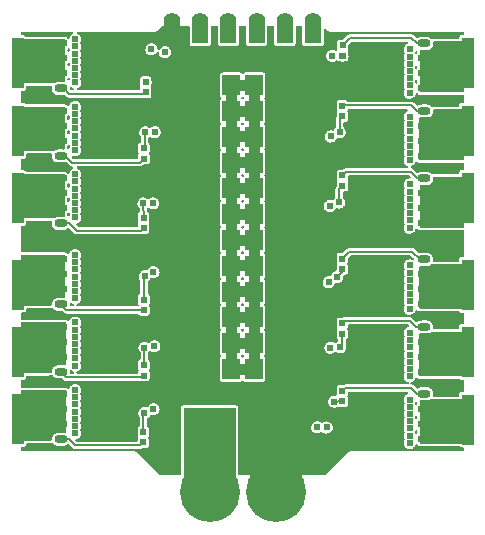
<source format=gtl>
G04 Layer: TopLayer*
G04 EasyEDA v6.5.22, 2023-04-03 14:03:43*
G04 87db6ba2ad084763a29da5206ccfc978,3cec5f453c3247449836eb28e2eac2c3,10*
G04 Gerber Generator version 0.2*
G04 Scale: 100 percent, Rotated: No, Reflected: No *
G04 Dimensions in inches *
G04 leading zeros omitted , absolute positions ,3 integer and 6 decimal *
%FSLAX36Y36*%
%MOIN*%

%AMMACRO1*4,1,4,-0.0817,-0.081,-0.0817,0.081,0.0817,0.081,0.0817,-0.081,-0.0817,-0.081,0*%
%AMMACRO2*4,1,4,0.0817,0.081,0.0817,-0.081,-0.0817,-0.081,-0.0817,0.081,0.0817,0.081,0*%
%AMMACRO3*21,1,$1,$2,0,0,$3*%
%ADD10C,0.0350*%
%ADD11C,0.0080*%
%ADD12R,0.1000X0.1300*%
%ADD13R,0.0550X0.0700*%
%ADD14R,0.1750X0.2300*%
%ADD15O,0.043307000000000005X0.026772*%
%ADD16MACRO1*%
%ADD17MACRO2*%
%ADD18MACRO3,0.0213X0.0223X0.0000*%
%ADD19R,0.0213X0.0223*%
%ADD20MACRO3,0.068X0.0585X90.0000*%
%ADD21MACRO3,0.068X0.0585X-90.0000*%
%ADD22C,0.2000*%
%ADD23C,0.0550*%
%ADD24R,0.0400X0.1700*%
%ADD25C,0.0240*%
%ADD26C,0.0103*%

%LPD*%
G36*
X169180Y1585960D02*
G01*
X167540Y1586040D01*
X166080Y1586780D01*
X165040Y1588060D01*
X164720Y1588640D01*
X163420Y1590120D01*
X161800Y1591240D01*
X159960Y1591940D01*
X157760Y1592200D01*
X29800Y1592200D01*
X28480Y1592420D01*
X27300Y1593080D01*
X25099Y1595400D01*
X23540Y1596360D01*
X21820Y1596960D01*
X19780Y1597200D01*
X14200Y1597200D01*
X12660Y1597500D01*
X11379Y1598380D01*
X10500Y1599660D01*
X10200Y1601200D01*
X10200Y1605800D01*
X10500Y1607340D01*
X11379Y1608620D01*
X12660Y1609500D01*
X14200Y1609800D01*
X181640Y1609800D01*
X183359Y1609420D01*
X184740Y1608340D01*
X185520Y1606780D01*
X185580Y1605020D01*
X184860Y1603420D01*
X183540Y1602280D01*
X180880Y1600840D01*
X178060Y1598580D01*
X175680Y1595860D01*
X173820Y1592760D01*
X171900Y1587680D01*
X170720Y1586540D01*
G37*

%LPD*%
G36*
X170859Y1542560D02*
G01*
X169140Y1542640D01*
X167620Y1543460D01*
X166580Y1544820D01*
X166200Y1546500D01*
X166200Y1549500D01*
X166580Y1551180D01*
X167620Y1552540D01*
X169140Y1553360D01*
X170859Y1553440D01*
X172460Y1552800D01*
X173640Y1551540D01*
X174520Y1550060D01*
X175020Y1548720D01*
X175020Y1547280D01*
X174520Y1545940D01*
X173640Y1544460D01*
X172460Y1543200D01*
G37*

%LPD*%
G36*
X1328400Y1533280D02*
G01*
X1326920Y1533540D01*
X1325620Y1534340D01*
X1324720Y1535540D01*
X1324019Y1537400D01*
X1324019Y1538600D01*
X1324360Y1539740D01*
X1325200Y1541459D01*
X1326120Y1542680D01*
X1327420Y1543480D01*
X1328920Y1543720D01*
X1330420Y1543380D01*
X1331680Y1542500D01*
X1332500Y1541220D01*
X1332800Y1539720D01*
X1332800Y1537760D01*
X1332500Y1536240D01*
X1331620Y1534940D01*
X1329880Y1533600D01*
G37*

%LPD*%
G36*
X170859Y1494560D02*
G01*
X169140Y1494640D01*
X167620Y1495460D01*
X166580Y1496819D01*
X166200Y1498500D01*
X166200Y1501500D01*
X166580Y1503180D01*
X167620Y1504540D01*
X169140Y1505360D01*
X170859Y1505440D01*
X172460Y1504800D01*
X173640Y1503540D01*
X174520Y1502060D01*
X175020Y1500720D01*
X175020Y1499280D01*
X174520Y1497940D01*
X173640Y1496459D01*
X172460Y1495200D01*
G37*

%LPD*%
G36*
X1328920Y1484280D02*
G01*
X1327420Y1484520D01*
X1326120Y1485320D01*
X1325200Y1486540D01*
X1324360Y1488260D01*
X1324019Y1489400D01*
X1324019Y1490600D01*
X1324360Y1491740D01*
X1325200Y1493460D01*
X1326120Y1494680D01*
X1327420Y1495480D01*
X1328920Y1495720D01*
X1330420Y1495380D01*
X1331680Y1494500D01*
X1332500Y1493220D01*
X1332800Y1491720D01*
X1332800Y1488280D01*
X1332500Y1486780D01*
X1331680Y1485500D01*
X1330420Y1484620D01*
G37*

%LPD*%
G36*
X170859Y1446560D02*
G01*
X169140Y1446639D01*
X167620Y1447460D01*
X166580Y1448820D01*
X166200Y1450500D01*
X166200Y1452240D01*
X166500Y1453760D01*
X167380Y1455060D01*
X169040Y1456360D01*
X170440Y1456699D01*
X171880Y1456519D01*
X173160Y1455840D01*
X174100Y1454760D01*
X174520Y1454060D01*
X175020Y1452720D01*
X175020Y1451279D01*
X174520Y1449940D01*
X173640Y1448460D01*
X172460Y1447200D01*
G37*

%LPD*%
G36*
X14200Y1437000D02*
G01*
X12660Y1437300D01*
X11379Y1438180D01*
X10500Y1439460D01*
X10200Y1441000D01*
X10200Y1580000D01*
X10500Y1581540D01*
X11379Y1582820D01*
X12660Y1583700D01*
X14200Y1584000D01*
X154000Y1584000D01*
X155540Y1583700D01*
X156820Y1582820D01*
X157700Y1581540D01*
X158000Y1580000D01*
X158000Y1445400D01*
X157660Y1443800D01*
X156700Y1442460D01*
X155280Y1441620D01*
X153660Y1441420D01*
X151740Y1441579D01*
X135560Y1441579D01*
X131640Y1441240D01*
X128000Y1440260D01*
X124600Y1438680D01*
X123240Y1437720D01*
X122140Y1437180D01*
X120940Y1437000D01*
G37*

%LPD*%
G36*
X1328920Y1436279D02*
G01*
X1327420Y1436519D01*
X1326120Y1437320D01*
X1325200Y1438540D01*
X1324360Y1440260D01*
X1324019Y1441399D01*
X1324019Y1442600D01*
X1324360Y1443740D01*
X1325200Y1445460D01*
X1326120Y1446680D01*
X1327420Y1447480D01*
X1328920Y1447720D01*
X1330420Y1447380D01*
X1331680Y1446500D01*
X1332500Y1445220D01*
X1332800Y1443720D01*
X1332800Y1440280D01*
X1332500Y1438779D01*
X1331680Y1437500D01*
X1330420Y1436620D01*
G37*

%LPD*%
G36*
X178720Y1413700D02*
G01*
X177180Y1414000D01*
X175880Y1414880D01*
X174579Y1416160D01*
X173720Y1417480D01*
X173420Y1419040D01*
X173440Y1420820D01*
X173840Y1422560D01*
X174960Y1423920D01*
X176560Y1424680D01*
X178340Y1424680D01*
X179940Y1423920D01*
X180880Y1423160D01*
X184520Y1421240D01*
X185840Y1420100D01*
X186560Y1418480D01*
X186520Y1416740D01*
X185740Y1415160D01*
X184360Y1414079D01*
X182640Y1413700D01*
G37*

%LPD*%
G36*
X1345000Y1407000D02*
G01*
X1343460Y1407300D01*
X1342180Y1408180D01*
X1341300Y1409460D01*
X1341000Y1411000D01*
X1341000Y1544600D01*
X1341339Y1546200D01*
X1342300Y1547540D01*
X1343720Y1548380D01*
X1345340Y1548580D01*
X1347260Y1548420D01*
X1363440Y1548420D01*
X1367360Y1548760D01*
X1371000Y1549740D01*
X1374400Y1551320D01*
X1377480Y1553480D01*
X1380140Y1556140D01*
X1382300Y1559220D01*
X1383880Y1562620D01*
X1384860Y1566260D01*
X1385180Y1570000D01*
X1384960Y1572660D01*
X1385160Y1574280D01*
X1385980Y1575700D01*
X1387320Y1576660D01*
X1388940Y1577000D01*
X1485800Y1577000D01*
X1487340Y1576699D01*
X1488620Y1575820D01*
X1489500Y1574540D01*
X1489800Y1573000D01*
X1489800Y1411000D01*
X1489500Y1409460D01*
X1488620Y1408180D01*
X1487340Y1407300D01*
X1485800Y1407000D01*
G37*

%LPD*%
G36*
X169280Y1314840D02*
G01*
X167719Y1315120D01*
X166400Y1315980D01*
X165520Y1317300D01*
X165200Y1318839D01*
X165200Y1326240D01*
X165500Y1327760D01*
X166620Y1329319D01*
X167940Y1330200D01*
X169500Y1330480D01*
X171060Y1330140D01*
X172360Y1329240D01*
X173200Y1327900D01*
X173820Y1326240D01*
X174520Y1325060D01*
X175020Y1323720D01*
X175020Y1322280D01*
X174520Y1320940D01*
X173820Y1319760D01*
X172940Y1317440D01*
X172100Y1316100D01*
X170820Y1315180D01*
G37*

%LPD*%
G36*
X169280Y1266840D02*
G01*
X167719Y1267120D01*
X166400Y1267980D01*
X165520Y1269300D01*
X165200Y1270840D01*
X165200Y1276240D01*
X165500Y1277760D01*
X166380Y1279060D01*
X167160Y1279860D01*
X168400Y1280700D01*
X169840Y1281020D01*
X171300Y1280820D01*
X172580Y1280080D01*
X173520Y1278920D01*
X174620Y1276900D01*
X175040Y1275600D01*
X175020Y1274220D01*
X174520Y1272940D01*
X173820Y1271760D01*
X172940Y1269440D01*
X172100Y1268100D01*
X170820Y1267180D01*
G37*

%LPD*%
G36*
X169280Y1218840D02*
G01*
X167719Y1219120D01*
X166400Y1219980D01*
X165520Y1221300D01*
X165200Y1222840D01*
X165200Y1226240D01*
X165500Y1227760D01*
X166380Y1229060D01*
X167840Y1230540D01*
X169040Y1231360D01*
X170440Y1231700D01*
X171880Y1231520D01*
X173160Y1230840D01*
X174100Y1229760D01*
X174520Y1229060D01*
X175020Y1227720D01*
X175020Y1226280D01*
X174520Y1224940D01*
X173820Y1223760D01*
X172940Y1221440D01*
X172100Y1220100D01*
X170820Y1219180D01*
G37*

%LPD*%
G36*
X14200Y1212000D02*
G01*
X12660Y1212300D01*
X11379Y1213180D01*
X10500Y1214460D01*
X10200Y1216000D01*
X10200Y1355000D01*
X10500Y1356540D01*
X11379Y1357820D01*
X12660Y1358700D01*
X14200Y1359000D01*
X153000Y1359000D01*
X154540Y1358700D01*
X155820Y1357820D01*
X156700Y1356540D01*
X157000Y1355000D01*
X157000Y1220500D01*
X156660Y1218880D01*
X155700Y1217540D01*
X154280Y1216700D01*
X152660Y1216500D01*
X151740Y1216580D01*
X135560Y1216580D01*
X131640Y1216240D01*
X128000Y1215260D01*
X124600Y1213680D01*
X123240Y1212720D01*
X122140Y1212180D01*
X120940Y1212000D01*
G37*

%LPD*%
G36*
X1342000Y1180840D02*
G01*
X1340460Y1181140D01*
X1339180Y1182020D01*
X1338300Y1183320D01*
X1338000Y1184840D01*
X1338000Y1319980D01*
X1338260Y1321399D01*
X1339019Y1322640D01*
X1340180Y1323540D01*
X1341579Y1323959D01*
X1347260Y1323420D01*
X1363440Y1323420D01*
X1367360Y1323760D01*
X1371000Y1324740D01*
X1374400Y1326320D01*
X1377480Y1328480D01*
X1380140Y1331140D01*
X1382300Y1334220D01*
X1383880Y1337620D01*
X1384860Y1341260D01*
X1385180Y1345000D01*
X1385060Y1346500D01*
X1385260Y1348120D01*
X1386100Y1349540D01*
X1387420Y1350500D01*
X1389040Y1350840D01*
X1485800Y1350840D01*
X1487340Y1350540D01*
X1488620Y1349680D01*
X1489500Y1348380D01*
X1489800Y1346840D01*
X1489800Y1184840D01*
X1489500Y1183320D01*
X1488620Y1182020D01*
X1487340Y1181140D01*
X1485800Y1180840D01*
G37*

%LPD*%
G36*
X169200Y1135540D02*
G01*
X167580Y1135580D01*
X166119Y1136260D01*
X164480Y1137600D01*
X163720Y1138820D01*
X162420Y1140280D01*
X160799Y1141400D01*
X158960Y1142100D01*
X156760Y1142380D01*
X29720Y1142380D01*
X28440Y1142580D01*
X27280Y1143200D01*
X25099Y1145440D01*
X23540Y1146420D01*
X21820Y1147020D01*
X19780Y1147260D01*
X14200Y1147260D01*
X12660Y1147560D01*
X11379Y1148420D01*
X10500Y1149720D01*
X10200Y1151260D01*
X10200Y1181860D01*
X10500Y1183380D01*
X11379Y1184680D01*
X12660Y1185560D01*
X14200Y1185860D01*
X19780Y1185860D01*
X21820Y1186080D01*
X23540Y1186700D01*
X25099Y1187660D01*
X26400Y1188960D01*
X27360Y1190500D01*
X27960Y1192240D01*
X28200Y1194280D01*
X28200Y1199800D01*
X28500Y1201340D01*
X29380Y1202620D01*
X30660Y1203500D01*
X32200Y1203800D01*
X110280Y1203800D01*
X111720Y1203540D01*
X112960Y1202780D01*
X113840Y1201620D01*
X114260Y1200220D01*
X113820Y1195000D01*
X114140Y1191260D01*
X115120Y1187620D01*
X116700Y1184220D01*
X118859Y1181140D01*
X121519Y1178480D01*
X124600Y1176320D01*
X128000Y1174740D01*
X131640Y1173760D01*
X135560Y1173420D01*
X151740Y1173420D01*
X155660Y1173760D01*
X159600Y1174820D01*
X160980Y1174940D01*
X162340Y1174580D01*
X163460Y1173780D01*
X173260Y1163980D01*
X174800Y1162680D01*
X177040Y1161380D01*
X179460Y1160580D01*
X182880Y1160240D01*
X184480Y1159720D01*
X185740Y1158580D01*
X186420Y1157040D01*
X186380Y1155360D01*
X185660Y1153820D01*
X184380Y1152740D01*
X180880Y1150840D01*
X178060Y1148580D01*
X175680Y1145860D01*
X173820Y1142760D01*
X172540Y1139360D01*
X172440Y1138760D01*
X171840Y1137260D01*
X170680Y1136120D01*
G37*

%LPD*%
G36*
X1381459Y1134200D02*
G01*
X1379940Y1134500D01*
X1378640Y1135380D01*
X1377480Y1136520D01*
X1374400Y1138680D01*
X1371000Y1140260D01*
X1367360Y1141240D01*
X1363440Y1141580D01*
X1347260Y1141580D01*
X1343340Y1141240D01*
X1339700Y1140260D01*
X1335000Y1138080D01*
X1333620Y1137960D01*
X1332280Y1138320D01*
X1331140Y1139100D01*
X1319240Y1151020D01*
X1317700Y1152320D01*
X1315460Y1153620D01*
X1313460Y1154280D01*
X1312060Y1155060D01*
X1311100Y1156340D01*
X1310700Y1157900D01*
X1310960Y1159480D01*
X1311800Y1160840D01*
X1313120Y1161760D01*
X1316560Y1163220D01*
X1319580Y1165220D01*
X1322200Y1167720D01*
X1324319Y1170640D01*
X1325900Y1173900D01*
X1326840Y1175160D01*
X1328180Y1175960D01*
X1329740Y1176160D01*
X1331240Y1175780D01*
X1332580Y1174720D01*
X1334199Y1173600D01*
X1336040Y1172900D01*
X1338240Y1172640D01*
X1485800Y1172640D01*
X1487340Y1172340D01*
X1488620Y1171480D01*
X1489500Y1170180D01*
X1489800Y1168640D01*
X1489800Y1151680D01*
X1489500Y1150160D01*
X1488620Y1148860D01*
X1487340Y1148000D01*
X1485800Y1147680D01*
X1480220Y1147680D01*
X1478180Y1147460D01*
X1476459Y1146860D01*
X1474900Y1145880D01*
X1473600Y1144580D01*
X1472640Y1143040D01*
X1472040Y1141300D01*
X1471800Y1139260D01*
X1471800Y1138200D01*
X1471500Y1136660D01*
X1470620Y1135380D01*
X1469340Y1134500D01*
X1467800Y1134200D01*
G37*

%LPD*%
G36*
X169280Y1089840D02*
G01*
X167719Y1090120D01*
X166400Y1090980D01*
X165520Y1092300D01*
X165200Y1093840D01*
X165200Y1101240D01*
X165500Y1102760D01*
X166620Y1104320D01*
X167940Y1105200D01*
X169500Y1105480D01*
X171060Y1105140D01*
X172360Y1104240D01*
X173200Y1102900D01*
X173820Y1101240D01*
X174520Y1100060D01*
X175020Y1098720D01*
X175020Y1097280D01*
X174520Y1095940D01*
X173820Y1094760D01*
X172940Y1092440D01*
X172100Y1091100D01*
X170820Y1090180D01*
G37*

%LPD*%
G36*
X169280Y1041840D02*
G01*
X167719Y1042120D01*
X166400Y1042980D01*
X165520Y1044300D01*
X165200Y1045840D01*
X165200Y1051240D01*
X165500Y1052760D01*
X166380Y1054060D01*
X167160Y1054860D01*
X168400Y1055700D01*
X169840Y1056020D01*
X171300Y1055820D01*
X172580Y1055080D01*
X173520Y1053920D01*
X174620Y1051900D01*
X175040Y1050600D01*
X175020Y1049220D01*
X174520Y1047940D01*
X173820Y1046760D01*
X172940Y1044440D01*
X172100Y1043100D01*
X170820Y1042180D01*
G37*

%LPD*%
G36*
X169280Y993840D02*
G01*
X167719Y994120D01*
X166400Y994980D01*
X165520Y996300D01*
X165200Y997840D01*
X165200Y1001240D01*
X165500Y1002760D01*
X166380Y1004060D01*
X167840Y1005540D01*
X169040Y1006360D01*
X170440Y1006700D01*
X171880Y1006520D01*
X173160Y1005840D01*
X174100Y1004760D01*
X174520Y1004060D01*
X175020Y1002720D01*
X175020Y1001280D01*
X174520Y999940D01*
X173820Y998760D01*
X172940Y996440D01*
X172100Y995100D01*
X170820Y994180D01*
G37*

%LPD*%
G36*
X14200Y987180D02*
G01*
X12660Y987480D01*
X11379Y988340D01*
X10500Y989640D01*
X10200Y991180D01*
X10200Y1130180D01*
X10500Y1131700D01*
X11379Y1133000D01*
X12660Y1133860D01*
X14200Y1134180D01*
X153000Y1134180D01*
X154540Y1133860D01*
X155820Y1133000D01*
X156700Y1131700D01*
X157000Y1130180D01*
X157000Y995500D01*
X156660Y993880D01*
X155700Y992540D01*
X154280Y991700D01*
X152660Y991500D01*
X151740Y991580D01*
X135560Y991580D01*
X131640Y991240D01*
X128000Y990260D01*
X124600Y988680D01*
X123480Y987900D01*
X122380Y987360D01*
X121180Y987180D01*
G37*

%LPD*%
G36*
X1344000Y956000D02*
G01*
X1342460Y956300D01*
X1341180Y957180D01*
X1340300Y958460D01*
X1340000Y960000D01*
X1340000Y1094680D01*
X1340340Y1096300D01*
X1341300Y1097640D01*
X1342720Y1098480D01*
X1344340Y1098660D01*
X1347260Y1098420D01*
X1363440Y1098420D01*
X1367360Y1098760D01*
X1371000Y1099740D01*
X1374400Y1101320D01*
X1377480Y1103480D01*
X1380140Y1106140D01*
X1382300Y1109220D01*
X1383880Y1112620D01*
X1384860Y1116260D01*
X1385180Y1120000D01*
X1385040Y1121660D01*
X1385240Y1123280D01*
X1386080Y1124700D01*
X1387420Y1125660D01*
X1389019Y1126000D01*
X1485800Y1126000D01*
X1487340Y1125700D01*
X1488620Y1124820D01*
X1489500Y1123540D01*
X1489800Y1122000D01*
X1489800Y960000D01*
X1489500Y958460D01*
X1488620Y957180D01*
X1487340Y956300D01*
X1485800Y956000D01*
G37*

%LPD*%
G36*
X14200Y696000D02*
G01*
X12660Y696300D01*
X11379Y697180D01*
X10500Y698460D01*
X10200Y700000D01*
X10200Y861000D01*
X10500Y862540D01*
X11379Y863820D01*
X12660Y864700D01*
X14200Y865000D01*
X155000Y865000D01*
X156540Y864700D01*
X157820Y863820D01*
X158700Y862540D01*
X159000Y861000D01*
X159000Y726320D01*
X158660Y724700D01*
X157700Y723360D01*
X156280Y722520D01*
X154660Y722340D01*
X151740Y722580D01*
X135560Y722580D01*
X131640Y722240D01*
X128000Y721260D01*
X124600Y719680D01*
X121519Y717520D01*
X118859Y714860D01*
X116700Y711780D01*
X115120Y708379D01*
X114140Y704740D01*
X113820Y701000D01*
X113880Y700340D01*
X113680Y698720D01*
X112840Y697300D01*
X111500Y696340D01*
X109880Y696000D01*
G37*

%LPD*%
G36*
X177260Y694200D02*
G01*
X175660Y694539D01*
X174320Y695500D01*
X173480Y696919D01*
X173280Y698540D01*
X173619Y702980D01*
X174360Y704340D01*
X175539Y705300D01*
X177020Y705759D01*
X178560Y705620D01*
X179940Y704920D01*
X180880Y704160D01*
X184060Y702440D01*
X185400Y702000D01*
X186800Y701220D01*
X187780Y699940D01*
X188160Y698379D01*
X187920Y696800D01*
X187060Y695440D01*
X185740Y694520D01*
X184180Y694200D01*
G37*

%LPD*%
G36*
X1343000Y686080D02*
G01*
X1341459Y686380D01*
X1340180Y687260D01*
X1339300Y688560D01*
X1339000Y690080D01*
X1339000Y824780D01*
X1339340Y826380D01*
X1340300Y827720D01*
X1341720Y828560D01*
X1343340Y828760D01*
X1347260Y828420D01*
X1363440Y828420D01*
X1367360Y828760D01*
X1371000Y829740D01*
X1374400Y831320D01*
X1377320Y833360D01*
X1378400Y833900D01*
X1379600Y834080D01*
X1485800Y834080D01*
X1487340Y833780D01*
X1488620Y832920D01*
X1489500Y831620D01*
X1489800Y830080D01*
X1489800Y690080D01*
X1489500Y688560D01*
X1488620Y687260D01*
X1487340Y686380D01*
X1485800Y686080D01*
G37*

%LPD*%
G36*
X14200Y472080D02*
G01*
X12660Y472400D01*
X11379Y473260D01*
X10500Y474560D01*
X10200Y476079D01*
X10200Y637080D01*
X10500Y638620D01*
X11379Y639920D01*
X12660Y640780D01*
X14200Y641080D01*
X157000Y641080D01*
X158540Y640780D01*
X159820Y639920D01*
X160700Y638620D01*
X161000Y637080D01*
X161000Y501019D01*
X160740Y499600D01*
X159980Y498360D01*
X158820Y497460D01*
X157420Y497040D01*
X151740Y497580D01*
X135560Y497580D01*
X131640Y497239D01*
X128000Y496260D01*
X124600Y494680D01*
X121519Y492520D01*
X118859Y489860D01*
X116700Y486780D01*
X115120Y483380D01*
X114140Y479739D01*
X113800Y475740D01*
X113400Y474320D01*
X112500Y473140D01*
X111260Y472360D01*
X109800Y472080D01*
G37*

%LPD*%
G36*
X177260Y469200D02*
G01*
X175660Y469540D01*
X174320Y470500D01*
X173480Y471920D01*
X173280Y473540D01*
X173619Y477980D01*
X174360Y479340D01*
X175539Y480300D01*
X177020Y480760D01*
X178560Y480620D01*
X179940Y479920D01*
X180880Y479159D01*
X184060Y477440D01*
X185400Y477000D01*
X186800Y476220D01*
X187780Y474940D01*
X188160Y473380D01*
X187920Y471800D01*
X187060Y470439D01*
X185740Y469520D01*
X184180Y469200D01*
G37*

%LPD*%
G36*
X1343000Y461260D02*
G01*
X1341459Y461580D01*
X1340180Y462440D01*
X1339300Y463740D01*
X1339000Y465260D01*
X1339000Y599780D01*
X1339340Y601380D01*
X1340300Y602720D01*
X1341720Y603560D01*
X1343340Y603760D01*
X1347260Y603420D01*
X1363440Y603420D01*
X1367360Y603760D01*
X1371000Y604740D01*
X1374400Y606320D01*
X1377580Y608540D01*
X1378680Y609080D01*
X1379880Y609260D01*
X1485800Y609260D01*
X1487340Y608960D01*
X1488620Y608100D01*
X1489500Y606800D01*
X1489800Y605260D01*
X1489800Y465260D01*
X1489500Y463740D01*
X1488620Y462440D01*
X1487340Y461580D01*
X1485800Y461260D01*
G37*

%LPD*%
G36*
X1388680Y392200D02*
G01*
X1387240Y392460D01*
X1386000Y393220D01*
X1385120Y394380D01*
X1384700Y395780D01*
X1384820Y397239D01*
X1385360Y399260D01*
X1385680Y403000D01*
X1385360Y406740D01*
X1384379Y410379D01*
X1382800Y413780D01*
X1380640Y416860D01*
X1377980Y419520D01*
X1374900Y421680D01*
X1371500Y423260D01*
X1367860Y424240D01*
X1363940Y424580D01*
X1347760Y424580D01*
X1343839Y424240D01*
X1340200Y423260D01*
X1336800Y421680D01*
X1334700Y420220D01*
X1333440Y419640D01*
X1332060Y419520D01*
X1330720Y419880D01*
X1329580Y420660D01*
X1320240Y430020D01*
X1318700Y431320D01*
X1316459Y432620D01*
X1314040Y433420D01*
X1312260Y433600D01*
X1310740Y434080D01*
X1309540Y435120D01*
X1308820Y436540D01*
X1308720Y438140D01*
X1309259Y439640D01*
X1310340Y440820D01*
X1311800Y441480D01*
X1313240Y441800D01*
X1316560Y443220D01*
X1319580Y445220D01*
X1322200Y447720D01*
X1324319Y450640D01*
X1326020Y454180D01*
X1326960Y455420D01*
X1328300Y456220D01*
X1329820Y456440D01*
X1331320Y456079D01*
X1334199Y454040D01*
X1336040Y453340D01*
X1338240Y453060D01*
X1470340Y453060D01*
X1471900Y452760D01*
X1473220Y451860D01*
X1474940Y450080D01*
X1476459Y449140D01*
X1478180Y448519D01*
X1480220Y448300D01*
X1485800Y448300D01*
X1487340Y448000D01*
X1488620Y447120D01*
X1489500Y445820D01*
X1489800Y444300D01*
X1489800Y413700D01*
X1489500Y412160D01*
X1488620Y410860D01*
X1487340Y410000D01*
X1485800Y409700D01*
X1480220Y409700D01*
X1478180Y409460D01*
X1476459Y408860D01*
X1474900Y407879D01*
X1473600Y406599D01*
X1472640Y405040D01*
X1472040Y403320D01*
X1471800Y401280D01*
X1471800Y396200D01*
X1471500Y394660D01*
X1470620Y393380D01*
X1469340Y392500D01*
X1467800Y392200D01*
G37*

%LPD*%
G36*
X1328560Y365940D02*
G01*
X1327080Y366200D01*
X1325780Y367000D01*
X1324880Y368220D01*
X1324360Y369260D01*
X1324019Y370400D01*
X1324019Y371599D01*
X1324360Y372740D01*
X1325200Y374460D01*
X1326120Y375680D01*
X1327420Y376480D01*
X1328920Y376719D01*
X1330420Y376380D01*
X1331680Y375500D01*
X1332500Y374219D01*
X1332800Y372720D01*
X1332800Y370260D01*
X1332500Y368740D01*
X1331300Y367120D01*
X1330060Y366260D01*
G37*

%LPD*%
G36*
X1328920Y317280D02*
G01*
X1327420Y317520D01*
X1326120Y318320D01*
X1325200Y319540D01*
X1324360Y321260D01*
X1324019Y322400D01*
X1324019Y323600D01*
X1324360Y324739D01*
X1325200Y326460D01*
X1326120Y327680D01*
X1327420Y328480D01*
X1328920Y328720D01*
X1330420Y328380D01*
X1331680Y327500D01*
X1332500Y326220D01*
X1332800Y324720D01*
X1332800Y321280D01*
X1332500Y319780D01*
X1331680Y318500D01*
X1330420Y317620D01*
G37*

%LPD*%
G36*
X1328920Y269280D02*
G01*
X1327420Y269520D01*
X1326120Y270320D01*
X1325200Y271540D01*
X1324360Y273260D01*
X1324019Y274400D01*
X1324019Y275600D01*
X1324360Y276740D01*
X1325200Y278460D01*
X1326120Y279680D01*
X1327420Y280480D01*
X1328920Y280720D01*
X1330420Y280380D01*
X1331680Y279500D01*
X1332500Y278220D01*
X1332800Y276720D01*
X1332800Y273280D01*
X1332500Y271780D01*
X1331680Y270500D01*
X1330420Y269620D01*
G37*

%LPD*%
G36*
X14200Y245340D02*
G01*
X12660Y245640D01*
X11379Y246520D01*
X10500Y247820D01*
X10200Y249340D01*
X10200Y410340D01*
X10500Y411880D01*
X11379Y413180D01*
X12660Y414040D01*
X14200Y414340D01*
X157000Y414340D01*
X158540Y414040D01*
X159820Y413180D01*
X160700Y411880D01*
X161000Y410340D01*
X161000Y276020D01*
X160740Y274600D01*
X159980Y273360D01*
X158820Y272460D01*
X157420Y272040D01*
X151740Y272580D01*
X135560Y272580D01*
X131640Y272240D01*
X128000Y271260D01*
X124600Y269680D01*
X121519Y267520D01*
X118859Y264860D01*
X116700Y261780D01*
X115120Y258380D01*
X114140Y254740D01*
X113820Y251000D01*
X113920Y249700D01*
X113740Y248060D01*
X112899Y246640D01*
X111560Y245680D01*
X109940Y245340D01*
G37*

%LPD*%
G36*
X1345000Y236000D02*
G01*
X1343460Y236300D01*
X1342180Y237180D01*
X1341300Y238460D01*
X1341000Y240000D01*
X1341000Y377640D01*
X1341339Y379260D01*
X1342300Y380580D01*
X1343720Y381420D01*
X1345340Y381620D01*
X1347760Y381420D01*
X1363940Y381420D01*
X1367860Y381760D01*
X1371500Y382740D01*
X1373420Y383620D01*
X1375100Y384000D01*
X1485800Y384000D01*
X1487340Y383700D01*
X1488620Y382819D01*
X1489500Y381540D01*
X1489800Y380000D01*
X1489800Y240000D01*
X1489500Y238460D01*
X1488620Y237180D01*
X1487340Y236300D01*
X1485800Y236000D01*
G37*

%LPD*%
G36*
X475880Y130200D02*
G01*
X474360Y130500D01*
X473060Y131380D01*
X397320Y207100D01*
X396180Y208080D01*
X393640Y209480D01*
X391520Y210080D01*
X389840Y210200D01*
X14200Y210200D01*
X12660Y210500D01*
X11379Y211380D01*
X10500Y212659D01*
X10200Y214200D01*
X10200Y219800D01*
X10500Y221320D01*
X11379Y222620D01*
X12660Y223500D01*
X14200Y223800D01*
X19780Y223800D01*
X21820Y224020D01*
X23540Y224640D01*
X25099Y225600D01*
X26400Y226900D01*
X27360Y228440D01*
X27960Y230180D01*
X28200Y232800D01*
X28500Y234340D01*
X29380Y235620D01*
X30660Y236500D01*
X32200Y236800D01*
X99760Y236800D01*
X102820Y237140D01*
X117200Y237140D01*
X118720Y236840D01*
X120020Y235980D01*
X121519Y234480D01*
X124600Y232320D01*
X128000Y230740D01*
X131640Y229760D01*
X135560Y229420D01*
X151740Y229420D01*
X155660Y229760D01*
X159300Y230740D01*
X162700Y232320D01*
X165080Y233980D01*
X166340Y234579D01*
X167719Y234700D01*
X169080Y234340D01*
X170200Y233540D01*
X181759Y221980D01*
X183299Y220680D01*
X185539Y219380D01*
X187960Y218580D01*
X190700Y218299D01*
X409340Y218299D01*
X411360Y218460D01*
X413860Y219140D01*
X415940Y220180D01*
X416820Y220520D01*
X417760Y220620D01*
X429400Y220620D01*
X431440Y220859D01*
X433180Y221460D01*
X434720Y222440D01*
X436019Y223720D01*
X437000Y225280D01*
X437600Y227000D01*
X437840Y229040D01*
X437840Y250880D01*
X437600Y252920D01*
X436300Y256260D01*
X436300Y257740D01*
X437000Y259360D01*
X437600Y261080D01*
X437840Y263120D01*
X437840Y284960D01*
X437600Y287000D01*
X437000Y288720D01*
X436019Y290280D01*
X434720Y291560D01*
X433080Y292600D01*
X432080Y293500D01*
X431420Y294680D01*
X431200Y296000D01*
X431200Y317180D01*
X431420Y318460D01*
X432040Y319620D01*
X433000Y320520D01*
X435580Y322220D01*
X438200Y324720D01*
X440319Y327640D01*
X441440Y329980D01*
X442280Y331140D01*
X443480Y331920D01*
X444880Y332239D01*
X446280Y332040D01*
X448500Y331320D01*
X452100Y330840D01*
X455700Y331000D01*
X459240Y331800D01*
X462560Y333220D01*
X465580Y335220D01*
X468200Y337720D01*
X470319Y340640D01*
X471900Y343900D01*
X472860Y347400D01*
X473180Y351000D01*
X472860Y354600D01*
X471900Y358100D01*
X470319Y361360D01*
X468200Y364280D01*
X465580Y366780D01*
X462560Y368780D01*
X459240Y370200D01*
X455700Y371000D01*
X452100Y371160D01*
X448500Y370680D01*
X445060Y369560D01*
X441880Y367840D01*
X439060Y365580D01*
X436680Y362860D01*
X433840Y358060D01*
X432520Y357140D01*
X430940Y356820D01*
X425700Y358000D01*
X422100Y358160D01*
X418500Y357680D01*
X415060Y356560D01*
X411880Y354840D01*
X409060Y352580D01*
X406680Y349860D01*
X404820Y346760D01*
X403540Y343360D01*
X402900Y339799D01*
X402900Y336200D01*
X403540Y332640D01*
X404820Y329240D01*
X406240Y326860D01*
X406659Y325880D01*
X406800Y324820D01*
X406800Y296000D01*
X406580Y294680D01*
X405920Y293500D01*
X404920Y292600D01*
X403280Y291560D01*
X401980Y290280D01*
X401000Y288720D01*
X400400Y287000D01*
X400180Y284960D01*
X400180Y263120D01*
X400400Y261080D01*
X401700Y257740D01*
X401700Y256260D01*
X401000Y254640D01*
X400400Y252920D01*
X400180Y250880D01*
X400180Y246700D01*
X399860Y245159D01*
X399000Y243880D01*
X397700Y243000D01*
X396180Y242700D01*
X197220Y242700D01*
X195680Y243000D01*
X194380Y243880D01*
X193760Y244500D01*
X192840Y245920D01*
X192600Y247600D01*
X193060Y249220D01*
X194160Y250500D01*
X195700Y251220D01*
X198240Y251800D01*
X201560Y253220D01*
X204579Y255219D01*
X207200Y257719D01*
X209320Y260640D01*
X210900Y263900D01*
X211860Y267400D01*
X212180Y271000D01*
X211860Y274600D01*
X210900Y278100D01*
X209360Y281260D01*
X209020Y282400D01*
X209020Y283600D01*
X209360Y284740D01*
X210900Y287900D01*
X211860Y291400D01*
X212180Y295000D01*
X211860Y298600D01*
X210900Y302100D01*
X209360Y305260D01*
X209020Y306400D01*
X209020Y307600D01*
X209360Y308740D01*
X210900Y311900D01*
X211860Y315400D01*
X212180Y319000D01*
X211860Y322600D01*
X210900Y326100D01*
X209360Y329260D01*
X209020Y330400D01*
X209020Y331599D01*
X209360Y332740D01*
X210900Y335900D01*
X211860Y339400D01*
X212180Y343000D01*
X211860Y346599D01*
X210900Y350100D01*
X209360Y353260D01*
X209020Y354400D01*
X209020Y355600D01*
X209360Y356740D01*
X210900Y359900D01*
X211860Y363400D01*
X212180Y367000D01*
X211860Y370600D01*
X210900Y374099D01*
X209360Y377260D01*
X209020Y378400D01*
X209020Y379600D01*
X209360Y380740D01*
X210900Y383900D01*
X211860Y387400D01*
X212180Y391000D01*
X211860Y394600D01*
X210900Y398100D01*
X209360Y401260D01*
X209020Y402400D01*
X209020Y403600D01*
X209360Y404739D01*
X210900Y407900D01*
X211860Y411400D01*
X212180Y415000D01*
X211860Y418600D01*
X210900Y422100D01*
X209320Y425360D01*
X207200Y428280D01*
X204579Y430780D01*
X201560Y432780D01*
X198240Y434200D01*
X194700Y435000D01*
X191100Y435160D01*
X187500Y434680D01*
X184060Y433560D01*
X180880Y431840D01*
X178060Y429580D01*
X175680Y426860D01*
X173820Y423760D01*
X173080Y421800D01*
X172220Y420439D01*
X170900Y419520D01*
X169320Y419200D01*
X167740Y419520D01*
X164800Y421580D01*
X162960Y422280D01*
X160760Y422540D01*
X14200Y422540D01*
X12660Y422840D01*
X11379Y423720D01*
X10500Y425020D01*
X10200Y426540D01*
X10200Y444799D01*
X10500Y446320D01*
X11379Y447620D01*
X12660Y448500D01*
X14200Y448800D01*
X19780Y448800D01*
X21820Y449020D01*
X23540Y449640D01*
X25099Y450600D01*
X26400Y451900D01*
X27360Y453440D01*
X27960Y455180D01*
X28200Y457800D01*
X28500Y459340D01*
X29380Y460620D01*
X30660Y461500D01*
X32200Y461800D01*
X99780Y461800D01*
X101820Y462040D01*
X103539Y462640D01*
X105580Y463740D01*
X106700Y463880D01*
X115559Y463880D01*
X116800Y463680D01*
X117940Y463100D01*
X121519Y459480D01*
X124600Y457320D01*
X128000Y455740D01*
X131640Y454760D01*
X135560Y454420D01*
X146320Y454420D01*
X147860Y454099D01*
X149160Y453240D01*
X153920Y448480D01*
X155440Y447180D01*
X157700Y445880D01*
X160120Y445080D01*
X162860Y444799D01*
X405180Y444799D01*
X406500Y444580D01*
X408560Y443860D01*
X410600Y443620D01*
X431400Y443620D01*
X433440Y443860D01*
X435180Y444460D01*
X436719Y445439D01*
X438020Y446719D01*
X439000Y448280D01*
X439600Y450000D01*
X439840Y452040D01*
X439840Y473880D01*
X439600Y475920D01*
X438300Y479260D01*
X438300Y480740D01*
X439000Y482360D01*
X439600Y484080D01*
X439840Y486120D01*
X439840Y507960D01*
X439600Y510000D01*
X439000Y511719D01*
X438020Y513260D01*
X436380Y514900D01*
X435500Y516200D01*
X435200Y517740D01*
X435200Y538140D01*
X435520Y539720D01*
X436440Y541040D01*
X438200Y542720D01*
X438860Y543620D01*
X440040Y544700D01*
X441560Y545240D01*
X443160Y545120D01*
X448060Y542440D01*
X451500Y541320D01*
X455100Y540840D01*
X458700Y541000D01*
X462239Y541800D01*
X465560Y543220D01*
X468579Y545220D01*
X471200Y547720D01*
X473320Y550640D01*
X474900Y553900D01*
X475860Y557400D01*
X476180Y561000D01*
X475860Y564600D01*
X474900Y568100D01*
X473320Y571360D01*
X471200Y574280D01*
X468579Y576780D01*
X465560Y578780D01*
X462239Y580200D01*
X458700Y581000D01*
X455100Y581160D01*
X451500Y580680D01*
X448060Y579560D01*
X444880Y577840D01*
X442060Y575580D01*
X439880Y573100D01*
X438760Y572200D01*
X437400Y571760D01*
X435980Y571820D01*
X434660Y572400D01*
X432560Y573780D01*
X429240Y575200D01*
X425700Y576000D01*
X422100Y576160D01*
X418500Y575680D01*
X415060Y574560D01*
X411880Y572840D01*
X409060Y570580D01*
X406680Y567860D01*
X404820Y564760D01*
X403540Y561360D01*
X402900Y557800D01*
X402900Y554200D01*
X403540Y550640D01*
X404820Y547240D01*
X406680Y544140D01*
X409060Y541420D01*
X410100Y540340D01*
X410620Y539260D01*
X410800Y538100D01*
X410800Y519760D01*
X410460Y518180D01*
X409520Y516840D01*
X408120Y516000D01*
X406820Y515540D01*
X405280Y514560D01*
X403980Y513280D01*
X403000Y511719D01*
X402400Y510000D01*
X402180Y507960D01*
X402180Y486120D01*
X402400Y484080D01*
X403700Y480740D01*
X403700Y479260D01*
X403000Y477640D01*
X402400Y475920D01*
X402180Y473200D01*
X401860Y471659D01*
X401000Y470379D01*
X399700Y469500D01*
X398180Y469200D01*
X199980Y469200D01*
X198460Y469500D01*
X197160Y470360D01*
X196300Y471659D01*
X195980Y473180D01*
X196280Y474700D01*
X197120Y476000D01*
X198420Y476880D01*
X201560Y478220D01*
X204579Y480220D01*
X207200Y482720D01*
X209320Y485640D01*
X210900Y488900D01*
X211860Y492400D01*
X212180Y496000D01*
X211860Y499600D01*
X210900Y503100D01*
X209360Y506260D01*
X209020Y507400D01*
X209020Y508600D01*
X209360Y509739D01*
X210900Y512900D01*
X211860Y516400D01*
X212180Y520000D01*
X211860Y523600D01*
X210900Y527100D01*
X209360Y530260D01*
X209020Y531400D01*
X209020Y532600D01*
X209360Y533740D01*
X210900Y536900D01*
X211860Y540400D01*
X212180Y544000D01*
X211860Y547600D01*
X210900Y551100D01*
X209360Y554260D01*
X209020Y555400D01*
X209020Y556600D01*
X209360Y557740D01*
X210900Y560900D01*
X211860Y564400D01*
X212180Y568000D01*
X211860Y571600D01*
X210900Y575100D01*
X209360Y578260D01*
X209020Y579400D01*
X209020Y580600D01*
X209360Y581740D01*
X210900Y584900D01*
X211860Y588400D01*
X212180Y592000D01*
X211860Y595600D01*
X210900Y599100D01*
X209360Y602260D01*
X209020Y603400D01*
X209020Y604600D01*
X209360Y605740D01*
X210900Y608900D01*
X211860Y612400D01*
X212180Y616000D01*
X211860Y619600D01*
X210900Y623100D01*
X209360Y626260D01*
X209020Y627400D01*
X209020Y628600D01*
X209360Y629740D01*
X210900Y632900D01*
X211860Y636400D01*
X212180Y640000D01*
X211860Y643600D01*
X210900Y647099D01*
X209320Y650360D01*
X207200Y653280D01*
X204579Y655780D01*
X201560Y657780D01*
X198240Y659200D01*
X194700Y660000D01*
X191100Y660160D01*
X187500Y659680D01*
X184060Y658560D01*
X180880Y656840D01*
X178060Y654580D01*
X175680Y651860D01*
X173820Y648760D01*
X173540Y648020D01*
X172659Y646640D01*
X171300Y645720D01*
X169700Y645420D01*
X168120Y645800D01*
X166420Y647200D01*
X164800Y648319D01*
X162960Y649020D01*
X160760Y649280D01*
X14200Y649280D01*
X12660Y649599D01*
X11379Y650460D01*
X10500Y651760D01*
X10200Y653280D01*
X10200Y669300D01*
X10500Y670819D01*
X11379Y672120D01*
X12660Y673000D01*
X14200Y673300D01*
X19780Y673300D01*
X21820Y673520D01*
X23540Y674140D01*
X25099Y675100D01*
X26400Y676400D01*
X27360Y677940D01*
X27960Y679680D01*
X28200Y681720D01*
X28200Y682800D01*
X28500Y684340D01*
X29380Y685620D01*
X30660Y686500D01*
X32200Y686800D01*
X99780Y686800D01*
X101820Y687039D01*
X103379Y687580D01*
X104700Y687800D01*
X116540Y687800D01*
X118059Y687500D01*
X119360Y686620D01*
X121519Y684479D01*
X124600Y682320D01*
X128000Y680740D01*
X131640Y679760D01*
X135560Y679419D01*
X146280Y679419D01*
X147800Y679100D01*
X149100Y678240D01*
X153860Y673480D01*
X155400Y672180D01*
X157640Y670879D01*
X160060Y670080D01*
X162800Y669800D01*
X399280Y669800D01*
X400640Y669560D01*
X401820Y668900D01*
X402720Y667860D01*
X404000Y665699D01*
X405280Y664440D01*
X406820Y663460D01*
X408560Y662860D01*
X410600Y662620D01*
X431400Y662620D01*
X433440Y662860D01*
X435180Y663460D01*
X436719Y664440D01*
X438020Y665720D01*
X439000Y667280D01*
X439600Y669000D01*
X439840Y671040D01*
X439840Y692880D01*
X439600Y694920D01*
X438300Y698259D01*
X438300Y699740D01*
X439000Y701360D01*
X439600Y703080D01*
X439840Y705120D01*
X439840Y726960D01*
X439600Y729000D01*
X439000Y730720D01*
X438020Y732280D01*
X436719Y733560D01*
X435080Y734599D01*
X434080Y735500D01*
X433420Y736680D01*
X433200Y738000D01*
X433200Y773840D01*
X433420Y775120D01*
X434040Y776280D01*
X435000Y777180D01*
X436580Y778220D01*
X439200Y780720D01*
X441320Y783640D01*
X442720Y786560D01*
X443560Y787720D01*
X444760Y788500D01*
X446160Y788820D01*
X447560Y788620D01*
X448500Y788319D01*
X452100Y787840D01*
X455700Y788000D01*
X459240Y788800D01*
X462560Y790220D01*
X465580Y792220D01*
X468200Y794720D01*
X470319Y797640D01*
X471900Y800900D01*
X472860Y804400D01*
X473180Y808000D01*
X472860Y811600D01*
X471900Y815100D01*
X470319Y818360D01*
X468200Y821280D01*
X465580Y823780D01*
X462560Y825780D01*
X459240Y827200D01*
X455700Y828000D01*
X452100Y828160D01*
X448500Y827680D01*
X445060Y826560D01*
X441880Y824840D01*
X439060Y822580D01*
X436680Y819860D01*
X434820Y816760D01*
X434460Y815780D01*
X433720Y814560D01*
X432600Y813660D01*
X431240Y813220D01*
X429820Y813300D01*
X426700Y814000D01*
X423100Y814160D01*
X419500Y813680D01*
X416060Y812560D01*
X412879Y810840D01*
X410060Y808580D01*
X407680Y805860D01*
X405820Y802760D01*
X404540Y799360D01*
X403900Y795800D01*
X403900Y792200D01*
X404540Y788640D01*
X405820Y785240D01*
X408540Y780740D01*
X408800Y779340D01*
X408800Y738000D01*
X408579Y736680D01*
X407920Y735500D01*
X406920Y734599D01*
X405280Y733560D01*
X403980Y732280D01*
X403000Y730720D01*
X402400Y729000D01*
X402180Y726960D01*
X402180Y705120D01*
X402400Y703080D01*
X403700Y699740D01*
X403720Y698259D01*
X403200Y696900D01*
X402740Y696120D01*
X401840Y695100D01*
X400660Y694440D01*
X399320Y694200D01*
X199980Y694200D01*
X198460Y694500D01*
X197160Y695360D01*
X196300Y696660D01*
X195980Y698180D01*
X196280Y699700D01*
X197120Y701000D01*
X198420Y701880D01*
X201560Y703220D01*
X204579Y705220D01*
X207200Y707720D01*
X209320Y710639D01*
X210900Y713900D01*
X211860Y717400D01*
X212180Y721000D01*
X211860Y724599D01*
X210900Y728100D01*
X209360Y731260D01*
X209020Y732400D01*
X209020Y733600D01*
X209360Y734740D01*
X210900Y737900D01*
X211860Y741400D01*
X212180Y745000D01*
X211860Y748600D01*
X210900Y752099D01*
X209360Y755260D01*
X209020Y756400D01*
X209020Y757600D01*
X209360Y758740D01*
X210900Y761900D01*
X211860Y765400D01*
X212180Y769000D01*
X211860Y772600D01*
X210900Y776100D01*
X209360Y779260D01*
X209020Y780400D01*
X209020Y781600D01*
X209360Y782740D01*
X210900Y785900D01*
X211860Y789400D01*
X212180Y793000D01*
X211860Y796600D01*
X210900Y800100D01*
X209360Y803259D01*
X209020Y804400D01*
X209020Y805600D01*
X209360Y806740D01*
X210900Y809900D01*
X211860Y813400D01*
X212180Y817000D01*
X211860Y820600D01*
X210900Y824100D01*
X209360Y827260D01*
X209020Y828400D01*
X209020Y829599D01*
X209360Y830740D01*
X210900Y833900D01*
X211860Y837400D01*
X212180Y841000D01*
X211860Y844599D01*
X210900Y848100D01*
X209360Y851260D01*
X209020Y852400D01*
X209020Y853600D01*
X209360Y854740D01*
X210900Y857900D01*
X211860Y861400D01*
X212180Y865000D01*
X211860Y868600D01*
X210900Y872099D01*
X209320Y875360D01*
X207200Y878280D01*
X204579Y880780D01*
X201560Y882780D01*
X198240Y884200D01*
X194700Y885000D01*
X191100Y885160D01*
X187500Y884680D01*
X184060Y883560D01*
X180880Y881840D01*
X178060Y879580D01*
X175680Y876860D01*
X173820Y873760D01*
X172659Y870680D01*
X171780Y869280D01*
X170420Y868379D01*
X168820Y868080D01*
X167220Y868439D01*
X165920Y869419D01*
X164420Y871120D01*
X162800Y872240D01*
X160960Y872940D01*
X158760Y873199D01*
X14200Y873199D01*
X12660Y873500D01*
X11379Y874380D01*
X10500Y875660D01*
X10200Y877200D01*
X10200Y956860D01*
X10500Y958379D01*
X11379Y959680D01*
X12660Y960560D01*
X14200Y960860D01*
X19780Y960860D01*
X21820Y961080D01*
X23540Y961700D01*
X25099Y962660D01*
X26400Y963960D01*
X27360Y965500D01*
X27960Y967240D01*
X28200Y969280D01*
X28200Y974980D01*
X28500Y976500D01*
X29380Y977800D01*
X30660Y978660D01*
X32200Y978980D01*
X110340Y978980D01*
X111760Y978700D01*
X113000Y977940D01*
X113900Y976780D01*
X114300Y975400D01*
X113820Y970000D01*
X114140Y966260D01*
X115120Y962620D01*
X116700Y959220D01*
X118859Y956140D01*
X121519Y953480D01*
X124600Y951320D01*
X128000Y949740D01*
X131640Y948760D01*
X135560Y948420D01*
X151740Y948420D01*
X155660Y948760D01*
X159300Y949740D01*
X162700Y951320D01*
X167500Y954760D01*
X169020Y955060D01*
X170560Y954760D01*
X171860Y953880D01*
X187760Y937980D01*
X189300Y936680D01*
X191540Y935380D01*
X193960Y934580D01*
X196700Y934300D01*
X411300Y934300D01*
X414040Y934580D01*
X416620Y935420D01*
X417860Y935620D01*
X430400Y935620D01*
X432440Y935860D01*
X434180Y936460D01*
X435720Y937440D01*
X437020Y938720D01*
X438000Y940280D01*
X438600Y942000D01*
X438840Y944040D01*
X438840Y965879D01*
X438600Y967920D01*
X437299Y971260D01*
X437299Y972740D01*
X438000Y974360D01*
X438600Y976080D01*
X438840Y978120D01*
X438840Y999960D01*
X438600Y1002000D01*
X438000Y1003720D01*
X437020Y1005280D01*
X435720Y1006560D01*
X433840Y1007760D01*
X432860Y1008640D01*
X432200Y1009780D01*
X431980Y1011100D01*
X431880Y1018980D01*
X432160Y1020440D01*
X432939Y1021720D01*
X434140Y1022620D01*
X435580Y1023000D01*
X437060Y1022840D01*
X438380Y1022140D01*
X440880Y1020160D01*
X444060Y1018439D01*
X447500Y1017320D01*
X451100Y1016840D01*
X454700Y1017000D01*
X458240Y1017800D01*
X461560Y1019220D01*
X464580Y1021220D01*
X467200Y1023720D01*
X469320Y1026640D01*
X470900Y1029900D01*
X471860Y1033400D01*
X472180Y1037000D01*
X471860Y1040600D01*
X470900Y1044100D01*
X469320Y1047360D01*
X467200Y1050280D01*
X464580Y1052780D01*
X461560Y1054780D01*
X458240Y1056200D01*
X454700Y1057000D01*
X451100Y1057160D01*
X447500Y1056680D01*
X444060Y1055560D01*
X440880Y1053840D01*
X438200Y1051720D01*
X436960Y1051040D01*
X435540Y1050840D01*
X434140Y1051160D01*
X432960Y1051960D01*
X432080Y1052780D01*
X429060Y1054780D01*
X425740Y1056200D01*
X422200Y1057000D01*
X418600Y1057160D01*
X415000Y1056680D01*
X411560Y1055560D01*
X408380Y1053840D01*
X405560Y1051580D01*
X403180Y1048860D01*
X401320Y1045759D01*
X400040Y1042360D01*
X399400Y1038800D01*
X399400Y1035200D01*
X400040Y1031640D01*
X401320Y1028240D01*
X403180Y1025140D01*
X405560Y1022420D01*
X405980Y1022060D01*
X407080Y1020699D01*
X407480Y1018980D01*
X407580Y1010900D01*
X407360Y1009560D01*
X406700Y1008360D01*
X405700Y1007460D01*
X404280Y1006560D01*
X402980Y1005280D01*
X402000Y1003720D01*
X401400Y1002000D01*
X401180Y999960D01*
X401180Y978120D01*
X401400Y976080D01*
X402700Y972740D01*
X402700Y971260D01*
X402000Y969640D01*
X401400Y967920D01*
X401180Y965879D01*
X401180Y962700D01*
X400860Y961160D01*
X400000Y959880D01*
X398700Y959000D01*
X397180Y958700D01*
X203220Y958700D01*
X201680Y959000D01*
X200380Y959880D01*
X196200Y964060D01*
X195280Y965480D01*
X195040Y967159D01*
X195500Y968780D01*
X196600Y970060D01*
X201560Y972220D01*
X204579Y974220D01*
X207200Y976720D01*
X209320Y979640D01*
X210900Y982900D01*
X211860Y986400D01*
X212180Y990000D01*
X211860Y993600D01*
X210900Y997099D01*
X209360Y1000260D01*
X209020Y1001400D01*
X209020Y1002600D01*
X209360Y1003740D01*
X210900Y1006900D01*
X211860Y1010400D01*
X212180Y1014000D01*
X211860Y1017600D01*
X210900Y1021100D01*
X209360Y1024260D01*
X209020Y1025400D01*
X209020Y1026600D01*
X209360Y1027740D01*
X210900Y1030900D01*
X211860Y1034400D01*
X212180Y1038000D01*
X211860Y1041600D01*
X210900Y1045100D01*
X209360Y1048259D01*
X209020Y1049400D01*
X209020Y1050600D01*
X209360Y1051740D01*
X210900Y1054900D01*
X211860Y1058400D01*
X212180Y1062000D01*
X211860Y1065600D01*
X210900Y1069100D01*
X209360Y1072260D01*
X209020Y1073400D01*
X209020Y1074600D01*
X209360Y1075740D01*
X210900Y1078900D01*
X211860Y1082400D01*
X212180Y1086000D01*
X211860Y1089600D01*
X210900Y1093100D01*
X209360Y1096260D01*
X209020Y1097400D01*
X209020Y1098600D01*
X209360Y1099740D01*
X210900Y1102900D01*
X211860Y1106400D01*
X212180Y1110000D01*
X211860Y1113600D01*
X210900Y1117100D01*
X209360Y1120260D01*
X209020Y1121400D01*
X209020Y1122600D01*
X209360Y1123740D01*
X210900Y1126900D01*
X211860Y1130400D01*
X212180Y1134000D01*
X211860Y1137600D01*
X210900Y1141100D01*
X209320Y1144360D01*
X207200Y1147280D01*
X204579Y1149780D01*
X201560Y1151780D01*
X199579Y1152620D01*
X198299Y1153500D01*
X197440Y1154800D01*
X197160Y1156320D01*
X197460Y1157840D01*
X198340Y1159140D01*
X199620Y1160000D01*
X201160Y1160300D01*
X407380Y1160300D01*
X409400Y1160460D01*
X411900Y1161140D01*
X414180Y1162280D01*
X416320Y1164020D01*
X417740Y1165460D01*
X419040Y1166320D01*
X420580Y1166620D01*
X431400Y1166620D01*
X433440Y1166860D01*
X435180Y1167460D01*
X436719Y1168440D01*
X438020Y1169720D01*
X439000Y1171280D01*
X439600Y1173000D01*
X439840Y1175040D01*
X439840Y1196880D01*
X439600Y1198920D01*
X438300Y1202260D01*
X438300Y1203740D01*
X439000Y1205360D01*
X439600Y1207080D01*
X439840Y1209120D01*
X439840Y1230960D01*
X439600Y1233000D01*
X439000Y1234720D01*
X438020Y1236280D01*
X437380Y1236920D01*
X436500Y1238220D01*
X436200Y1239740D01*
X436200Y1254820D01*
X436560Y1256460D01*
X437560Y1257820D01*
X439120Y1259220D01*
X440319Y1259940D01*
X441680Y1260220D01*
X443040Y1260000D01*
X444260Y1259340D01*
X446380Y1257660D01*
X449560Y1255940D01*
X453000Y1254820D01*
X456599Y1254340D01*
X460200Y1254500D01*
X463740Y1255300D01*
X467060Y1256720D01*
X470080Y1258720D01*
X472700Y1261220D01*
X474820Y1264140D01*
X476400Y1267400D01*
X477360Y1270900D01*
X477680Y1274500D01*
X477360Y1278100D01*
X476400Y1281600D01*
X474820Y1284860D01*
X472700Y1287780D01*
X470080Y1290280D01*
X467060Y1292280D01*
X463740Y1293700D01*
X460200Y1294500D01*
X456599Y1294660D01*
X453000Y1294180D01*
X449560Y1293060D01*
X446380Y1291339D01*
X443700Y1289199D01*
X442440Y1288520D01*
X441019Y1288340D01*
X439640Y1288660D01*
X435060Y1291780D01*
X431740Y1293200D01*
X428200Y1294000D01*
X424600Y1294160D01*
X421000Y1293680D01*
X417560Y1292560D01*
X414380Y1290840D01*
X411560Y1288580D01*
X409180Y1285860D01*
X407320Y1282760D01*
X406040Y1279360D01*
X405400Y1275800D01*
X405400Y1272200D01*
X406040Y1268640D01*
X407320Y1265240D01*
X409180Y1262140D01*
X410820Y1260260D01*
X411540Y1259040D01*
X411800Y1257620D01*
X411800Y1243080D01*
X411460Y1241480D01*
X410500Y1240140D01*
X409080Y1239300D01*
X406800Y1238520D01*
X405280Y1237560D01*
X403980Y1236280D01*
X403000Y1234720D01*
X402400Y1233000D01*
X402180Y1230960D01*
X402180Y1209120D01*
X402400Y1207080D01*
X403700Y1203740D01*
X403700Y1202260D01*
X403000Y1200640D01*
X402400Y1198920D01*
X402180Y1196880D01*
X402180Y1188700D01*
X401860Y1187160D01*
X401000Y1185880D01*
X399700Y1185000D01*
X398180Y1184700D01*
X188720Y1184700D01*
X187180Y1185000D01*
X185880Y1185880D01*
X182880Y1188880D01*
X181940Y1190360D01*
X181740Y1192120D01*
X182300Y1193800D01*
X183540Y1195060D01*
X185180Y1195660D01*
X186940Y1195500D01*
X187500Y1195320D01*
X191100Y1194840D01*
X194700Y1195000D01*
X198240Y1195800D01*
X201560Y1197220D01*
X204579Y1199220D01*
X207200Y1201720D01*
X209320Y1204640D01*
X210900Y1207900D01*
X211860Y1211400D01*
X212180Y1215000D01*
X211860Y1218600D01*
X210900Y1222100D01*
X209360Y1225260D01*
X209020Y1226400D01*
X209020Y1227600D01*
X209360Y1228740D01*
X210900Y1231900D01*
X211860Y1235400D01*
X212180Y1239000D01*
X211860Y1242600D01*
X210900Y1246100D01*
X209360Y1249260D01*
X209020Y1250400D01*
X209020Y1251600D01*
X209360Y1252740D01*
X210900Y1255900D01*
X211860Y1259400D01*
X212180Y1263000D01*
X211860Y1266600D01*
X210900Y1270100D01*
X209360Y1273260D01*
X209020Y1274400D01*
X209020Y1275600D01*
X209360Y1276740D01*
X210900Y1279900D01*
X211860Y1283400D01*
X212180Y1287000D01*
X211860Y1290600D01*
X210900Y1294100D01*
X209360Y1297260D01*
X209020Y1298400D01*
X209020Y1299600D01*
X209360Y1300740D01*
X210900Y1303899D01*
X211860Y1307400D01*
X212180Y1311000D01*
X211860Y1314600D01*
X210900Y1318100D01*
X209360Y1321260D01*
X209020Y1322400D01*
X209020Y1323600D01*
X209360Y1324740D01*
X210900Y1327900D01*
X211860Y1331399D01*
X212180Y1335000D01*
X211860Y1338600D01*
X210900Y1342100D01*
X209360Y1345260D01*
X209020Y1346399D01*
X209020Y1347600D01*
X209360Y1348740D01*
X210900Y1351900D01*
X211860Y1355400D01*
X212180Y1359000D01*
X211860Y1362600D01*
X210900Y1366100D01*
X209320Y1369360D01*
X207200Y1372280D01*
X204579Y1374780D01*
X201560Y1376780D01*
X198240Y1378200D01*
X194700Y1379000D01*
X191100Y1379160D01*
X187500Y1378680D01*
X184060Y1377560D01*
X180880Y1375840D01*
X178060Y1373580D01*
X175680Y1370860D01*
X173820Y1367760D01*
X172120Y1363240D01*
X171380Y1361980D01*
X170240Y1361060D01*
X168860Y1360620D01*
X167399Y1360720D01*
X166080Y1361320D01*
X164380Y1362660D01*
X163720Y1363640D01*
X162420Y1365120D01*
X160799Y1366240D01*
X158960Y1366940D01*
X156760Y1367200D01*
X29820Y1367200D01*
X28500Y1367420D01*
X27340Y1368080D01*
X25099Y1370440D01*
X23540Y1371420D01*
X21820Y1372020D01*
X19780Y1372260D01*
X14200Y1372260D01*
X12660Y1372560D01*
X11379Y1373420D01*
X10500Y1374720D01*
X10200Y1376260D01*
X10200Y1406800D01*
X10500Y1408340D01*
X11379Y1409620D01*
X12660Y1410500D01*
X14200Y1410800D01*
X19780Y1410800D01*
X21820Y1411040D01*
X23540Y1411639D01*
X25099Y1412600D01*
X26400Y1413899D01*
X27360Y1415460D01*
X27960Y1417180D01*
X28200Y1419220D01*
X28200Y1424800D01*
X28500Y1426339D01*
X29380Y1427620D01*
X30660Y1428500D01*
X32200Y1428800D01*
X110280Y1428800D01*
X111720Y1428540D01*
X112960Y1427780D01*
X113840Y1426620D01*
X114260Y1425220D01*
X113820Y1420000D01*
X114140Y1416260D01*
X115120Y1412620D01*
X116700Y1409220D01*
X118859Y1406140D01*
X121519Y1403480D01*
X124600Y1401320D01*
X128000Y1399740D01*
X131640Y1398760D01*
X135560Y1398420D01*
X151740Y1398420D01*
X155480Y1398740D01*
X157200Y1398520D01*
X158660Y1397580D01*
X163260Y1392980D01*
X164800Y1391680D01*
X167040Y1390380D01*
X169460Y1389580D01*
X172200Y1389300D01*
X410340Y1389300D01*
X411440Y1389139D01*
X412819Y1388460D01*
X414560Y1387860D01*
X416599Y1387620D01*
X437400Y1387620D01*
X439440Y1387860D01*
X441180Y1388460D01*
X442720Y1389440D01*
X444020Y1390720D01*
X445000Y1392280D01*
X445600Y1394000D01*
X445840Y1396040D01*
X445840Y1417880D01*
X445600Y1419920D01*
X444300Y1423260D01*
X444300Y1424740D01*
X445000Y1426360D01*
X445600Y1428080D01*
X445840Y1430120D01*
X445840Y1433120D01*
X445980Y1434180D01*
X446860Y1437400D01*
X447180Y1441000D01*
X446860Y1444600D01*
X445980Y1447820D01*
X445840Y1448880D01*
X445840Y1451960D01*
X445600Y1454000D01*
X445000Y1455720D01*
X444020Y1457280D01*
X442720Y1458560D01*
X441180Y1459540D01*
X439440Y1460140D01*
X437400Y1460380D01*
X432900Y1460380D01*
X432020Y1460480D01*
X429700Y1461000D01*
X426100Y1461160D01*
X422500Y1460680D01*
X420940Y1460380D01*
X416599Y1460380D01*
X414560Y1460140D01*
X412819Y1459540D01*
X411280Y1458560D01*
X409980Y1457280D01*
X409000Y1455720D01*
X408400Y1454000D01*
X408180Y1451960D01*
X408180Y1448760D01*
X407920Y1447360D01*
X407540Y1446360D01*
X406900Y1442800D01*
X406900Y1439199D01*
X407540Y1435640D01*
X407920Y1434640D01*
X408180Y1433240D01*
X408180Y1430120D01*
X408400Y1428080D01*
X409700Y1424740D01*
X409700Y1423260D01*
X409000Y1421639D01*
X408400Y1419940D01*
X408160Y1417300D01*
X407740Y1415900D01*
X406860Y1414740D01*
X405600Y1413959D01*
X404180Y1413700D01*
X201160Y1413700D01*
X199620Y1414000D01*
X198340Y1414860D01*
X197460Y1416160D01*
X197160Y1417680D01*
X197440Y1419199D01*
X198299Y1420500D01*
X199579Y1421380D01*
X201560Y1422220D01*
X204579Y1424220D01*
X207200Y1426720D01*
X209320Y1429640D01*
X210900Y1432900D01*
X211860Y1436399D01*
X212180Y1440000D01*
X211860Y1443600D01*
X210900Y1447100D01*
X209360Y1450260D01*
X209020Y1451399D01*
X209020Y1452600D01*
X209360Y1453740D01*
X210900Y1456900D01*
X211860Y1460400D01*
X212180Y1464000D01*
X211860Y1467600D01*
X210900Y1471100D01*
X209360Y1474259D01*
X209020Y1475400D01*
X209020Y1476600D01*
X209360Y1477740D01*
X210900Y1480900D01*
X211860Y1484400D01*
X212180Y1488000D01*
X211860Y1491600D01*
X210900Y1495100D01*
X209360Y1498260D01*
X209020Y1499400D01*
X209020Y1500600D01*
X209360Y1501740D01*
X210900Y1504900D01*
X211860Y1508400D01*
X212180Y1512000D01*
X211860Y1515600D01*
X210900Y1519100D01*
X209360Y1522260D01*
X209020Y1523400D01*
X209020Y1524600D01*
X209360Y1525740D01*
X210900Y1528899D01*
X211860Y1532400D01*
X212180Y1536000D01*
X211860Y1539600D01*
X210900Y1543100D01*
X209360Y1546260D01*
X209020Y1547400D01*
X209020Y1548600D01*
X209360Y1549740D01*
X210900Y1552900D01*
X211860Y1556399D01*
X212180Y1560000D01*
X211860Y1563600D01*
X210900Y1567100D01*
X209360Y1570260D01*
X209020Y1571399D01*
X209020Y1572600D01*
X209360Y1573740D01*
X210900Y1576900D01*
X211860Y1580400D01*
X212180Y1584000D01*
X211860Y1587600D01*
X210900Y1591100D01*
X209320Y1594360D01*
X207200Y1597280D01*
X204579Y1599780D01*
X201560Y1601780D01*
X200760Y1602120D01*
X199460Y1603000D01*
X198619Y1604300D01*
X198320Y1605820D01*
X198640Y1607340D01*
X199500Y1608640D01*
X200799Y1609500D01*
X202320Y1609800D01*
X459840Y1609800D01*
X461340Y1609920D01*
X464120Y1610720D01*
X466040Y1611800D01*
X467320Y1612900D01*
X483060Y1628620D01*
X484360Y1629500D01*
X485880Y1629800D01*
X569300Y1629800D01*
X570840Y1629500D01*
X572120Y1628620D01*
X573000Y1627340D01*
X573300Y1625800D01*
X573300Y1570220D01*
X573540Y1568180D01*
X574140Y1566459D01*
X575100Y1564900D01*
X576400Y1563600D01*
X577960Y1562640D01*
X579680Y1562040D01*
X581720Y1561800D01*
X636280Y1561800D01*
X638320Y1562040D01*
X640040Y1562640D01*
X641600Y1563600D01*
X642900Y1564900D01*
X643860Y1566459D01*
X644460Y1568180D01*
X644700Y1570220D01*
X644700Y1625800D01*
X645000Y1627340D01*
X645879Y1628620D01*
X647159Y1629500D01*
X648700Y1629800D01*
X663300Y1629800D01*
X664840Y1629500D01*
X666120Y1628620D01*
X667000Y1627340D01*
X667300Y1625800D01*
X667300Y1570220D01*
X667540Y1568180D01*
X668139Y1566459D01*
X669100Y1564900D01*
X670400Y1563600D01*
X671960Y1562640D01*
X673680Y1562040D01*
X675720Y1561800D01*
X730280Y1561800D01*
X732320Y1562040D01*
X734040Y1562640D01*
X735600Y1563600D01*
X736900Y1564900D01*
X737860Y1566459D01*
X738460Y1568180D01*
X738700Y1570220D01*
X738700Y1625800D01*
X739000Y1627340D01*
X739880Y1628620D01*
X741160Y1629500D01*
X742700Y1629800D01*
X757300Y1629800D01*
X758840Y1629500D01*
X760120Y1628620D01*
X761000Y1627340D01*
X761300Y1625800D01*
X761300Y1570220D01*
X761540Y1568180D01*
X762140Y1566459D01*
X763100Y1564900D01*
X764400Y1563600D01*
X765960Y1562640D01*
X767680Y1562040D01*
X769720Y1561800D01*
X824280Y1561800D01*
X826320Y1562040D01*
X828040Y1562640D01*
X829599Y1563600D01*
X830900Y1564900D01*
X831860Y1566459D01*
X832460Y1568180D01*
X832700Y1570220D01*
X832700Y1625800D01*
X833000Y1627340D01*
X833880Y1628620D01*
X835160Y1629500D01*
X836700Y1629800D01*
X851300Y1629800D01*
X852840Y1629500D01*
X854120Y1628620D01*
X855000Y1627340D01*
X855300Y1625800D01*
X855300Y1570220D01*
X855540Y1568180D01*
X856140Y1566459D01*
X857099Y1564900D01*
X858400Y1563600D01*
X859960Y1562640D01*
X861680Y1562040D01*
X863720Y1561800D01*
X918280Y1561800D01*
X920320Y1562040D01*
X922039Y1562640D01*
X923600Y1563600D01*
X924900Y1564900D01*
X925860Y1566459D01*
X926460Y1568180D01*
X926700Y1570220D01*
X926700Y1625800D01*
X927000Y1627340D01*
X927880Y1628620D01*
X929160Y1629500D01*
X930699Y1629800D01*
X945300Y1629800D01*
X946840Y1629500D01*
X948120Y1628620D01*
X949000Y1627340D01*
X949300Y1625800D01*
X949300Y1570220D01*
X949539Y1568180D01*
X950140Y1566459D01*
X951100Y1564900D01*
X952400Y1563600D01*
X953960Y1562640D01*
X955680Y1562040D01*
X957720Y1561800D01*
X1012280Y1561800D01*
X1014320Y1562040D01*
X1016040Y1562640D01*
X1017600Y1563600D01*
X1018900Y1564900D01*
X1019860Y1566459D01*
X1020460Y1568180D01*
X1020699Y1570220D01*
X1020699Y1615220D01*
X1021000Y1616740D01*
X1021880Y1618040D01*
X1023160Y1618920D01*
X1024700Y1619220D01*
X1026240Y1618920D01*
X1027520Y1618040D01*
X1032680Y1612900D01*
X1033820Y1611920D01*
X1036360Y1610520D01*
X1038480Y1609920D01*
X1040160Y1609800D01*
X1485800Y1609800D01*
X1487340Y1609500D01*
X1488620Y1608620D01*
X1489500Y1607340D01*
X1489800Y1605800D01*
X1489800Y1601699D01*
X1489500Y1600160D01*
X1488620Y1598880D01*
X1487340Y1598000D01*
X1485800Y1597700D01*
X1480220Y1597700D01*
X1478180Y1597460D01*
X1476459Y1596860D01*
X1474900Y1595900D01*
X1473600Y1594600D01*
X1472640Y1593040D01*
X1472040Y1591339D01*
X1471780Y1588800D01*
X1471360Y1587400D01*
X1470480Y1586240D01*
X1469240Y1585460D01*
X1467800Y1585200D01*
X1380460Y1585200D01*
X1378940Y1585500D01*
X1374400Y1588680D01*
X1371000Y1590260D01*
X1367360Y1591240D01*
X1363440Y1591579D01*
X1347260Y1591579D01*
X1343340Y1591240D01*
X1339700Y1590260D01*
X1336300Y1588680D01*
X1334500Y1587420D01*
X1333240Y1586840D01*
X1331860Y1586720D01*
X1330520Y1587080D01*
X1329379Y1587880D01*
X1320240Y1597020D01*
X1318700Y1598320D01*
X1316459Y1599620D01*
X1314040Y1600420D01*
X1311300Y1600700D01*
X1108660Y1600700D01*
X1106640Y1600540D01*
X1104140Y1599860D01*
X1101860Y1598720D01*
X1099720Y1596980D01*
X1086800Y1584040D01*
X1085500Y1583180D01*
X1083960Y1582880D01*
X1073100Y1582880D01*
X1071060Y1582640D01*
X1069320Y1582040D01*
X1067780Y1581060D01*
X1066480Y1579780D01*
X1065500Y1578220D01*
X1064900Y1576500D01*
X1064660Y1574460D01*
X1064660Y1552620D01*
X1065140Y1548880D01*
X1064660Y1547300D01*
X1063600Y1546040D01*
X1062120Y1545320D01*
X1060480Y1545260D01*
X1058940Y1545860D01*
X1057560Y1546780D01*
X1054240Y1548200D01*
X1050700Y1549000D01*
X1047099Y1549160D01*
X1043500Y1548680D01*
X1040060Y1547560D01*
X1036880Y1545840D01*
X1034060Y1543580D01*
X1031680Y1540860D01*
X1029820Y1537760D01*
X1028540Y1534360D01*
X1027900Y1530800D01*
X1027900Y1527200D01*
X1028540Y1523640D01*
X1029820Y1520240D01*
X1031680Y1517140D01*
X1034060Y1514420D01*
X1036880Y1512160D01*
X1040060Y1510440D01*
X1043500Y1509319D01*
X1047099Y1508839D01*
X1050700Y1509000D01*
X1054240Y1509800D01*
X1057560Y1511220D01*
X1062080Y1514240D01*
X1063580Y1514520D01*
X1065100Y1514199D01*
X1066360Y1513340D01*
X1067780Y1511940D01*
X1069320Y1510960D01*
X1071060Y1510360D01*
X1073100Y1510120D01*
X1075400Y1510120D01*
X1076640Y1509920D01*
X1078500Y1509319D01*
X1082100Y1508839D01*
X1085700Y1509000D01*
X1090800Y1510120D01*
X1093900Y1510120D01*
X1095940Y1510360D01*
X1097680Y1510960D01*
X1099220Y1511940D01*
X1100520Y1513220D01*
X1101500Y1514780D01*
X1102100Y1516500D01*
X1102340Y1518540D01*
X1102340Y1522940D01*
X1102480Y1524000D01*
X1102860Y1525400D01*
X1103180Y1529000D01*
X1102860Y1532600D01*
X1102480Y1534000D01*
X1102340Y1535060D01*
X1102340Y1540380D01*
X1102100Y1542420D01*
X1100800Y1545760D01*
X1100800Y1547240D01*
X1101500Y1548860D01*
X1102100Y1550580D01*
X1102340Y1552620D01*
X1102340Y1563420D01*
X1102640Y1564960D01*
X1103500Y1566240D01*
X1112380Y1575120D01*
X1113680Y1576000D01*
X1115220Y1576300D01*
X1297640Y1576300D01*
X1299340Y1575920D01*
X1300720Y1574840D01*
X1301519Y1573260D01*
X1301560Y1571519D01*
X1300840Y1569900D01*
X1299500Y1568760D01*
X1295880Y1566840D01*
X1293060Y1564580D01*
X1290680Y1561860D01*
X1288820Y1558760D01*
X1287540Y1555360D01*
X1286900Y1551800D01*
X1286900Y1548200D01*
X1287540Y1544640D01*
X1288820Y1541240D01*
X1289520Y1540060D01*
X1290020Y1538720D01*
X1290020Y1537280D01*
X1289520Y1535940D01*
X1288820Y1534760D01*
X1287540Y1531360D01*
X1286900Y1527800D01*
X1286900Y1524199D01*
X1287540Y1520640D01*
X1288820Y1517240D01*
X1289520Y1516060D01*
X1290020Y1514720D01*
X1290020Y1513280D01*
X1289520Y1511940D01*
X1288820Y1510760D01*
X1287540Y1507360D01*
X1286900Y1503800D01*
X1286900Y1500200D01*
X1287540Y1496639D01*
X1288820Y1493240D01*
X1289520Y1492060D01*
X1290020Y1490720D01*
X1290020Y1489280D01*
X1289520Y1487940D01*
X1288820Y1486759D01*
X1287540Y1483360D01*
X1286900Y1479800D01*
X1286900Y1476200D01*
X1287540Y1472640D01*
X1288820Y1469240D01*
X1289520Y1468060D01*
X1290020Y1466720D01*
X1290020Y1465280D01*
X1289520Y1463940D01*
X1288820Y1462760D01*
X1287540Y1459360D01*
X1286900Y1455800D01*
X1286900Y1452200D01*
X1287540Y1448640D01*
X1288820Y1445240D01*
X1289520Y1444060D01*
X1290020Y1442720D01*
X1290020Y1441279D01*
X1289520Y1439940D01*
X1288820Y1438760D01*
X1287540Y1435360D01*
X1286900Y1431800D01*
X1286900Y1428200D01*
X1287540Y1424640D01*
X1288820Y1421240D01*
X1289520Y1420060D01*
X1290020Y1418720D01*
X1290020Y1417280D01*
X1289520Y1415940D01*
X1288820Y1414760D01*
X1287540Y1411360D01*
X1286900Y1407800D01*
X1286900Y1404199D01*
X1287540Y1400640D01*
X1288820Y1397240D01*
X1290680Y1394139D01*
X1293060Y1391420D01*
X1295880Y1389160D01*
X1299060Y1387440D01*
X1302500Y1386320D01*
X1306100Y1385840D01*
X1309700Y1386000D01*
X1313240Y1386800D01*
X1316560Y1388220D01*
X1319580Y1390220D01*
X1322200Y1392720D01*
X1324319Y1395640D01*
X1325900Y1398899D01*
X1326639Y1401600D01*
X1327420Y1403100D01*
X1328760Y1404139D01*
X1330420Y1404540D01*
X1332080Y1404199D01*
X1333460Y1403220D01*
X1335560Y1400900D01*
X1337200Y1399760D01*
X1339040Y1399060D01*
X1341240Y1398800D01*
X1343020Y1398779D01*
X1347260Y1398420D01*
X1363440Y1398420D01*
X1368020Y1398800D01*
X1485800Y1398800D01*
X1487340Y1398500D01*
X1488620Y1397620D01*
X1489500Y1396339D01*
X1489800Y1394800D01*
X1489800Y1376680D01*
X1489500Y1375160D01*
X1488620Y1373860D01*
X1487340Y1373000D01*
X1485800Y1372680D01*
X1480220Y1372680D01*
X1478180Y1372460D01*
X1476459Y1371860D01*
X1474900Y1370880D01*
X1473600Y1369580D01*
X1472640Y1368040D01*
X1472040Y1366300D01*
X1471800Y1364259D01*
X1471800Y1363200D01*
X1471500Y1361660D01*
X1470620Y1360380D01*
X1469340Y1359500D01*
X1467800Y1359199D01*
X1400220Y1359199D01*
X1398600Y1359040D01*
X1381620Y1359040D01*
X1380080Y1359340D01*
X1378779Y1360220D01*
X1377480Y1361519D01*
X1374400Y1363680D01*
X1371000Y1365260D01*
X1367360Y1366240D01*
X1363440Y1366579D01*
X1347260Y1366579D01*
X1343340Y1366240D01*
X1339700Y1365260D01*
X1336300Y1363680D01*
X1335100Y1362840D01*
X1333839Y1362260D01*
X1332440Y1362120D01*
X1331100Y1362480D01*
X1329960Y1363280D01*
X1321240Y1372020D01*
X1319700Y1373320D01*
X1317460Y1374620D01*
X1315040Y1375420D01*
X1312300Y1375700D01*
X1102220Y1375700D01*
X1100680Y1376020D01*
X1099360Y1376900D01*
X1097720Y1378580D01*
X1096180Y1379540D01*
X1094440Y1380140D01*
X1092400Y1380380D01*
X1071600Y1380380D01*
X1069560Y1380140D01*
X1067820Y1379540D01*
X1066280Y1378560D01*
X1064980Y1377280D01*
X1064000Y1375720D01*
X1063400Y1374000D01*
X1063180Y1371960D01*
X1063180Y1350120D01*
X1063400Y1348080D01*
X1064700Y1344740D01*
X1064700Y1343260D01*
X1064000Y1341639D01*
X1063400Y1339920D01*
X1063180Y1337880D01*
X1063180Y1325460D01*
X1062980Y1324220D01*
X1062080Y1321500D01*
X1061800Y1318760D01*
X1061800Y1292900D01*
X1061620Y1291740D01*
X1061100Y1290660D01*
X1060060Y1289580D01*
X1057680Y1286860D01*
X1055820Y1283760D01*
X1055020Y1281660D01*
X1054300Y1280420D01*
X1053180Y1279540D01*
X1051820Y1279100D01*
X1050400Y1279160D01*
X1046700Y1280000D01*
X1043100Y1280160D01*
X1039500Y1279680D01*
X1036060Y1278560D01*
X1032880Y1276840D01*
X1030060Y1274580D01*
X1027680Y1271860D01*
X1025819Y1268760D01*
X1024539Y1265360D01*
X1023900Y1261800D01*
X1023900Y1258200D01*
X1024539Y1254640D01*
X1025819Y1251240D01*
X1027680Y1248140D01*
X1030060Y1245420D01*
X1032880Y1243160D01*
X1036060Y1241440D01*
X1039500Y1240320D01*
X1043100Y1239840D01*
X1046700Y1240000D01*
X1050240Y1240800D01*
X1053560Y1242220D01*
X1056580Y1244220D01*
X1059200Y1246720D01*
X1061320Y1249640D01*
X1063660Y1254500D01*
X1064900Y1255520D01*
X1066440Y1255980D01*
X1068040Y1255800D01*
X1069500Y1255320D01*
X1073100Y1254840D01*
X1076700Y1255000D01*
X1080240Y1255800D01*
X1083560Y1257220D01*
X1086580Y1259220D01*
X1089200Y1261720D01*
X1091320Y1264640D01*
X1092900Y1267900D01*
X1093860Y1271400D01*
X1094180Y1275000D01*
X1093860Y1278600D01*
X1092900Y1282100D01*
X1091320Y1285360D01*
X1089200Y1288280D01*
X1087440Y1289960D01*
X1086520Y1291279D01*
X1086200Y1292860D01*
X1086200Y1303620D01*
X1086500Y1305160D01*
X1087380Y1306459D01*
X1088660Y1307320D01*
X1090200Y1307620D01*
X1092400Y1307620D01*
X1094440Y1307860D01*
X1096180Y1308460D01*
X1097720Y1309440D01*
X1099020Y1310720D01*
X1100000Y1312280D01*
X1100600Y1314000D01*
X1100820Y1316040D01*
X1100820Y1337880D01*
X1100600Y1339920D01*
X1099300Y1343260D01*
X1099300Y1344740D01*
X1099980Y1346339D01*
X1100740Y1348580D01*
X1101580Y1350000D01*
X1102920Y1350960D01*
X1104540Y1351300D01*
X1297640Y1351300D01*
X1299340Y1350920D01*
X1300720Y1349840D01*
X1301519Y1348260D01*
X1301560Y1346519D01*
X1300840Y1344900D01*
X1299500Y1343760D01*
X1295880Y1341840D01*
X1293060Y1339580D01*
X1290680Y1336860D01*
X1288820Y1333760D01*
X1287540Y1330360D01*
X1286900Y1326800D01*
X1286900Y1323200D01*
X1287540Y1319640D01*
X1288820Y1316240D01*
X1289520Y1315060D01*
X1290020Y1313720D01*
X1290020Y1312280D01*
X1289520Y1310940D01*
X1288820Y1309760D01*
X1287540Y1306360D01*
X1286900Y1302800D01*
X1286900Y1299199D01*
X1287540Y1295640D01*
X1288820Y1292240D01*
X1289520Y1291060D01*
X1290020Y1289720D01*
X1290020Y1288280D01*
X1289520Y1286940D01*
X1288820Y1285760D01*
X1287540Y1282360D01*
X1286900Y1278800D01*
X1286900Y1275200D01*
X1287540Y1271640D01*
X1288820Y1268240D01*
X1289520Y1267060D01*
X1290020Y1265720D01*
X1290020Y1264280D01*
X1289520Y1262940D01*
X1288820Y1261760D01*
X1287540Y1258360D01*
X1286900Y1254800D01*
X1286900Y1251200D01*
X1287540Y1247640D01*
X1288820Y1244240D01*
X1289520Y1243060D01*
X1290020Y1241720D01*
X1290020Y1240280D01*
X1289520Y1238940D01*
X1288820Y1237760D01*
X1287540Y1234360D01*
X1286900Y1230800D01*
X1286900Y1227200D01*
X1287540Y1223640D01*
X1288820Y1220240D01*
X1289520Y1219060D01*
X1290020Y1217720D01*
X1290020Y1216280D01*
X1289520Y1214940D01*
X1288820Y1213760D01*
X1287540Y1210360D01*
X1286900Y1206800D01*
X1286900Y1203200D01*
X1287540Y1199640D01*
X1288820Y1196240D01*
X1289520Y1195060D01*
X1290020Y1193720D01*
X1290020Y1192280D01*
X1289520Y1190940D01*
X1288820Y1189760D01*
X1287540Y1186360D01*
X1286900Y1182800D01*
X1286900Y1179200D01*
X1287540Y1175640D01*
X1288820Y1172240D01*
X1290680Y1169140D01*
X1293060Y1166420D01*
X1295880Y1164160D01*
X1299500Y1162240D01*
X1300840Y1161100D01*
X1301560Y1159480D01*
X1301519Y1157740D01*
X1300720Y1156160D01*
X1299340Y1155080D01*
X1297640Y1154700D01*
X1095700Y1154700D01*
X1092960Y1154420D01*
X1090540Y1153620D01*
X1088320Y1152340D01*
X1086120Y1150380D01*
X1084880Y1149640D01*
X1083460Y1149380D01*
X1072600Y1149380D01*
X1070560Y1149140D01*
X1068820Y1148540D01*
X1067280Y1147560D01*
X1065980Y1146280D01*
X1065000Y1144720D01*
X1064400Y1143000D01*
X1064180Y1140960D01*
X1064180Y1119120D01*
X1064400Y1117080D01*
X1065700Y1113740D01*
X1065700Y1112260D01*
X1065000Y1110640D01*
X1064400Y1108920D01*
X1064180Y1106880D01*
X1064180Y1096040D01*
X1063900Y1094620D01*
X1063160Y1093380D01*
X1061160Y1091120D01*
X1059880Y1088920D01*
X1059080Y1086500D01*
X1058800Y1083760D01*
X1058800Y1057900D01*
X1058620Y1056740D01*
X1058100Y1055660D01*
X1057060Y1054580D01*
X1054680Y1051860D01*
X1052720Y1048620D01*
X1051780Y1047540D01*
X1050540Y1046860D01*
X1049120Y1046680D01*
X1047240Y1047200D01*
X1043700Y1048000D01*
X1040100Y1048160D01*
X1036500Y1047680D01*
X1033060Y1046560D01*
X1029880Y1044840D01*
X1027060Y1042580D01*
X1024680Y1039860D01*
X1022820Y1036760D01*
X1021540Y1033360D01*
X1020900Y1029800D01*
X1020900Y1026200D01*
X1021540Y1022640D01*
X1022820Y1019240D01*
X1024680Y1016140D01*
X1027060Y1013420D01*
X1029880Y1011160D01*
X1033060Y1009440D01*
X1036500Y1008319D01*
X1040100Y1007840D01*
X1043700Y1008000D01*
X1047240Y1008800D01*
X1050560Y1010220D01*
X1053580Y1012220D01*
X1056200Y1014720D01*
X1058320Y1017640D01*
X1059040Y1019120D01*
X1059880Y1020260D01*
X1061060Y1021060D01*
X1062460Y1021380D01*
X1063880Y1021180D01*
X1066500Y1020320D01*
X1070100Y1019840D01*
X1073700Y1020000D01*
X1077240Y1020800D01*
X1080560Y1022220D01*
X1083580Y1024220D01*
X1086200Y1026720D01*
X1088320Y1029640D01*
X1089900Y1032900D01*
X1090860Y1036400D01*
X1091180Y1040000D01*
X1090860Y1043600D01*
X1089900Y1047099D01*
X1088320Y1050360D01*
X1086200Y1053280D01*
X1084440Y1054960D01*
X1083520Y1056280D01*
X1083200Y1057860D01*
X1083200Y1072620D01*
X1083500Y1074160D01*
X1084380Y1075460D01*
X1085660Y1076320D01*
X1087200Y1076620D01*
X1093400Y1076620D01*
X1095440Y1076860D01*
X1097180Y1077460D01*
X1098720Y1078440D01*
X1100020Y1079720D01*
X1101000Y1081280D01*
X1101600Y1083000D01*
X1101840Y1085040D01*
X1101840Y1106880D01*
X1101600Y1108920D01*
X1100300Y1112260D01*
X1100300Y1113740D01*
X1101000Y1115360D01*
X1101600Y1117080D01*
X1101840Y1119120D01*
X1101840Y1126300D01*
X1102140Y1127840D01*
X1103000Y1129120D01*
X1104300Y1130000D01*
X1105820Y1130300D01*
X1303779Y1130300D01*
X1305320Y1130000D01*
X1306620Y1129120D01*
X1308740Y1127000D01*
X1309680Y1125520D01*
X1309900Y1123760D01*
X1309319Y1122100D01*
X1308100Y1120820D01*
X1306459Y1120220D01*
X1302500Y1119680D01*
X1299060Y1118560D01*
X1295880Y1116840D01*
X1293060Y1114580D01*
X1290680Y1111860D01*
X1288820Y1108760D01*
X1287540Y1105360D01*
X1286900Y1101800D01*
X1286900Y1098200D01*
X1287540Y1094640D01*
X1288820Y1091240D01*
X1289520Y1090060D01*
X1290020Y1088720D01*
X1290020Y1087280D01*
X1289520Y1085940D01*
X1288820Y1084760D01*
X1287540Y1081360D01*
X1286900Y1077800D01*
X1286900Y1074200D01*
X1287540Y1070640D01*
X1288820Y1067240D01*
X1289520Y1066060D01*
X1290020Y1064720D01*
X1290020Y1063280D01*
X1289520Y1061940D01*
X1288820Y1060760D01*
X1287540Y1057360D01*
X1286900Y1053800D01*
X1286900Y1050200D01*
X1287540Y1046640D01*
X1288820Y1043240D01*
X1289520Y1042060D01*
X1290020Y1040720D01*
X1290020Y1039280D01*
X1289520Y1037940D01*
X1288820Y1036760D01*
X1287540Y1033360D01*
X1286900Y1029800D01*
X1286900Y1026200D01*
X1287540Y1022640D01*
X1288820Y1019240D01*
X1289520Y1018060D01*
X1290020Y1016720D01*
X1290020Y1015280D01*
X1289520Y1013940D01*
X1288820Y1012760D01*
X1287540Y1009360D01*
X1286900Y1005800D01*
X1286900Y1002200D01*
X1287540Y998640D01*
X1288820Y995240D01*
X1289520Y994060D01*
X1290020Y992720D01*
X1290020Y991280D01*
X1289520Y989940D01*
X1288820Y988760D01*
X1287540Y985360D01*
X1286900Y981800D01*
X1286900Y978199D01*
X1287540Y974640D01*
X1288820Y971240D01*
X1289520Y970060D01*
X1290020Y968720D01*
X1290020Y967280D01*
X1289520Y965939D01*
X1288820Y964760D01*
X1287540Y961360D01*
X1286900Y957800D01*
X1286900Y954200D01*
X1287540Y950639D01*
X1288820Y947240D01*
X1290680Y944140D01*
X1293060Y941420D01*
X1295880Y939160D01*
X1299060Y937440D01*
X1302500Y936320D01*
X1306100Y935840D01*
X1309700Y936000D01*
X1313240Y936800D01*
X1316560Y938220D01*
X1319580Y940220D01*
X1322200Y942720D01*
X1324319Y945639D01*
X1325900Y948900D01*
X1326200Y950020D01*
X1327000Y951520D01*
X1328340Y952580D01*
X1330000Y952960D01*
X1331680Y952620D01*
X1333060Y951600D01*
X1334580Y949880D01*
X1336200Y948760D01*
X1338040Y948060D01*
X1340240Y947800D01*
X1485800Y947800D01*
X1487340Y947500D01*
X1488620Y946620D01*
X1489500Y945340D01*
X1489800Y943800D01*
X1489800Y863199D01*
X1489500Y861660D01*
X1488620Y860360D01*
X1487340Y859500D01*
X1485800Y859200D01*
X1480220Y859200D01*
X1478180Y858960D01*
X1476459Y858360D01*
X1474900Y857380D01*
X1473600Y856100D01*
X1472640Y854539D01*
X1472040Y852820D01*
X1471800Y850780D01*
X1471800Y846280D01*
X1471500Y844760D01*
X1470620Y843460D01*
X1469340Y842580D01*
X1467800Y842280D01*
X1388880Y842280D01*
X1387260Y842620D01*
X1385920Y843580D01*
X1385080Y845000D01*
X1384900Y846640D01*
X1385180Y850000D01*
X1384860Y853740D01*
X1383880Y857380D01*
X1382300Y860780D01*
X1380140Y863860D01*
X1377480Y866520D01*
X1374400Y868680D01*
X1371000Y870260D01*
X1367360Y871240D01*
X1363440Y871580D01*
X1347260Y871580D01*
X1343340Y871240D01*
X1340980Y870620D01*
X1339580Y870480D01*
X1338240Y870840D01*
X1337100Y871640D01*
X1324740Y884020D01*
X1323200Y885320D01*
X1320960Y886620D01*
X1318540Y887420D01*
X1315800Y887700D01*
X1104620Y887700D01*
X1102600Y887540D01*
X1100100Y886860D01*
X1097820Y885720D01*
X1095680Y883980D01*
X1085260Y873540D01*
X1083960Y872680D01*
X1082420Y872380D01*
X1071600Y872380D01*
X1069560Y872140D01*
X1067820Y871540D01*
X1066280Y870560D01*
X1064980Y869280D01*
X1064000Y867720D01*
X1063400Y866000D01*
X1063180Y863960D01*
X1063180Y842120D01*
X1063400Y840080D01*
X1064700Y836740D01*
X1064700Y835260D01*
X1064000Y833640D01*
X1063400Y831919D01*
X1063180Y829880D01*
X1063180Y815440D01*
X1062820Y813820D01*
X1061840Y812480D01*
X1060400Y811640D01*
X1057060Y810560D01*
X1053880Y808840D01*
X1051060Y806580D01*
X1048680Y803860D01*
X1046820Y800759D01*
X1044880Y795480D01*
X1043740Y794340D01*
X1042260Y793760D01*
X1040639Y793780D01*
X1039700Y794000D01*
X1036100Y794160D01*
X1032500Y793680D01*
X1029060Y792560D01*
X1025879Y790840D01*
X1023060Y788580D01*
X1020680Y785860D01*
X1018820Y782760D01*
X1017540Y779360D01*
X1016900Y775800D01*
X1016900Y772200D01*
X1017540Y768640D01*
X1018820Y765240D01*
X1020680Y762140D01*
X1023060Y759419D01*
X1025879Y757159D01*
X1029060Y755440D01*
X1032500Y754320D01*
X1036100Y753840D01*
X1039700Y754000D01*
X1043240Y754800D01*
X1046560Y756220D01*
X1049580Y758220D01*
X1052200Y760720D01*
X1054320Y763640D01*
X1055900Y766900D01*
X1056580Y769360D01*
X1057200Y770639D01*
X1058220Y771640D01*
X1059540Y772200D01*
X1060960Y772260D01*
X1064100Y771840D01*
X1067700Y772000D01*
X1071240Y772800D01*
X1074560Y774220D01*
X1077580Y776220D01*
X1080200Y778720D01*
X1082320Y781640D01*
X1083900Y784900D01*
X1084860Y788400D01*
X1085180Y792000D01*
X1085100Y792820D01*
X1085340Y794539D01*
X1086260Y796020D01*
X1088700Y798460D01*
X1090000Y799320D01*
X1091540Y799620D01*
X1092400Y799620D01*
X1094440Y799860D01*
X1096180Y800460D01*
X1097720Y801440D01*
X1099020Y802720D01*
X1100000Y804280D01*
X1100600Y806000D01*
X1100820Y808040D01*
X1100820Y829880D01*
X1100600Y831919D01*
X1099300Y835260D01*
X1099300Y836740D01*
X1100000Y838360D01*
X1100600Y840080D01*
X1100820Y842120D01*
X1100820Y852960D01*
X1101140Y854500D01*
X1102000Y855780D01*
X1108340Y862120D01*
X1109640Y863000D01*
X1111180Y863300D01*
X1309280Y863300D01*
X1310820Y863000D01*
X1312120Y862120D01*
X1319220Y855020D01*
X1320100Y853720D01*
X1320400Y852180D01*
X1320080Y850639D01*
X1319199Y849360D01*
X1317900Y848480D01*
X1316360Y848199D01*
X1314820Y848520D01*
X1313240Y849200D01*
X1309700Y850000D01*
X1306100Y850160D01*
X1302500Y849680D01*
X1299060Y848560D01*
X1295880Y846840D01*
X1293060Y844580D01*
X1290680Y841860D01*
X1288820Y838760D01*
X1287540Y835360D01*
X1286900Y831800D01*
X1286900Y828199D01*
X1287540Y824640D01*
X1288820Y821240D01*
X1289520Y820060D01*
X1290020Y818720D01*
X1290020Y817280D01*
X1289520Y815939D01*
X1288820Y814760D01*
X1287540Y811360D01*
X1286900Y807800D01*
X1286900Y804200D01*
X1287540Y800639D01*
X1288820Y797240D01*
X1289520Y796060D01*
X1290020Y794720D01*
X1290020Y793280D01*
X1289520Y791940D01*
X1288820Y790759D01*
X1287540Y787360D01*
X1286900Y783800D01*
X1286900Y780200D01*
X1287540Y776640D01*
X1288820Y773240D01*
X1289520Y772060D01*
X1290020Y770720D01*
X1290020Y769280D01*
X1289520Y767940D01*
X1288820Y766760D01*
X1287540Y763360D01*
X1286900Y759800D01*
X1286900Y756200D01*
X1287540Y752640D01*
X1288820Y749240D01*
X1289520Y748060D01*
X1290020Y746720D01*
X1290020Y745280D01*
X1289520Y743940D01*
X1288820Y742760D01*
X1287540Y739360D01*
X1286900Y735800D01*
X1286900Y732200D01*
X1287540Y728640D01*
X1288820Y725240D01*
X1289520Y724060D01*
X1290020Y722720D01*
X1290020Y721280D01*
X1289520Y719940D01*
X1288820Y718760D01*
X1287540Y715360D01*
X1286900Y711800D01*
X1286900Y708199D01*
X1287540Y704640D01*
X1288820Y701240D01*
X1289520Y700060D01*
X1290020Y698720D01*
X1290020Y697280D01*
X1289520Y695939D01*
X1288820Y694760D01*
X1287540Y691360D01*
X1286900Y687800D01*
X1286900Y684200D01*
X1287540Y680639D01*
X1288820Y677240D01*
X1290680Y674140D01*
X1293060Y671420D01*
X1295880Y669160D01*
X1299060Y667440D01*
X1302500Y666320D01*
X1306100Y665840D01*
X1309700Y666000D01*
X1313240Y666800D01*
X1316560Y668220D01*
X1319580Y670220D01*
X1322200Y672720D01*
X1324319Y675639D01*
X1325980Y679060D01*
X1326920Y680320D01*
X1328260Y681100D01*
X1329820Y681320D01*
X1331320Y680920D01*
X1334199Y678840D01*
X1336040Y678160D01*
X1338240Y677880D01*
X1470160Y677880D01*
X1471480Y677660D01*
X1472640Y677020D01*
X1474900Y674599D01*
X1476459Y673640D01*
X1478180Y673020D01*
X1480220Y672800D01*
X1485800Y672800D01*
X1487340Y672500D01*
X1488620Y671620D01*
X1489500Y670320D01*
X1489800Y668800D01*
X1489800Y638700D01*
X1489500Y637160D01*
X1488620Y635860D01*
X1487340Y635000D01*
X1485800Y634700D01*
X1480220Y634700D01*
X1478180Y634460D01*
X1476459Y633860D01*
X1474900Y632880D01*
X1473600Y631600D01*
X1472640Y630040D01*
X1472040Y628320D01*
X1471800Y626280D01*
X1471800Y621460D01*
X1471500Y619940D01*
X1470620Y618640D01*
X1469340Y617780D01*
X1467800Y617460D01*
X1388899Y617460D01*
X1387280Y617800D01*
X1385940Y618760D01*
X1385100Y620180D01*
X1384900Y621820D01*
X1385180Y625000D01*
X1384860Y628740D01*
X1383880Y632380D01*
X1382300Y635780D01*
X1380140Y638860D01*
X1377480Y641520D01*
X1374400Y643680D01*
X1371000Y645260D01*
X1367360Y646240D01*
X1363440Y646580D01*
X1347260Y646580D01*
X1343340Y646240D01*
X1339700Y645260D01*
X1336300Y643680D01*
X1333040Y641400D01*
X1331780Y640800D01*
X1330380Y640680D01*
X1329040Y641040D01*
X1327900Y641840D01*
X1315740Y654020D01*
X1314199Y655320D01*
X1311960Y656620D01*
X1309540Y657420D01*
X1306800Y657700D01*
X1090660Y657700D01*
X1087920Y657420D01*
X1085340Y656580D01*
X1084100Y656380D01*
X1071600Y656380D01*
X1069560Y656140D01*
X1067820Y655540D01*
X1066280Y654560D01*
X1064980Y653280D01*
X1064000Y651720D01*
X1063400Y650000D01*
X1063180Y647960D01*
X1063180Y626120D01*
X1063400Y624080D01*
X1064700Y620740D01*
X1064700Y619260D01*
X1064000Y617640D01*
X1063400Y615920D01*
X1063180Y613880D01*
X1063180Y592040D01*
X1063400Y590000D01*
X1064000Y588280D01*
X1064980Y586720D01*
X1066280Y585440D01*
X1067940Y584400D01*
X1068920Y583500D01*
X1069580Y582320D01*
X1069800Y581000D01*
X1069800Y579360D01*
X1069460Y577740D01*
X1068500Y576400D01*
X1063880Y573840D01*
X1060920Y571480D01*
X1059660Y570800D01*
X1058240Y570600D01*
X1056840Y570920D01*
X1052560Y573780D01*
X1049240Y575200D01*
X1045699Y576000D01*
X1042099Y576160D01*
X1038500Y575680D01*
X1035060Y574560D01*
X1031880Y572840D01*
X1029060Y570580D01*
X1026680Y567860D01*
X1024820Y564760D01*
X1023540Y561360D01*
X1022900Y557800D01*
X1022900Y554200D01*
X1023540Y550640D01*
X1024820Y547240D01*
X1026680Y544140D01*
X1029060Y541420D01*
X1031880Y539160D01*
X1035060Y537440D01*
X1038500Y536320D01*
X1042099Y535840D01*
X1045699Y536000D01*
X1049240Y536800D01*
X1052560Y538220D01*
X1055580Y540220D01*
X1056800Y541380D01*
X1057980Y542160D01*
X1059380Y542480D01*
X1060800Y542280D01*
X1062060Y541620D01*
X1063880Y540160D01*
X1067060Y538440D01*
X1070500Y537320D01*
X1074100Y536840D01*
X1077700Y537000D01*
X1081240Y537800D01*
X1084560Y539220D01*
X1087580Y541220D01*
X1090200Y543720D01*
X1092320Y546640D01*
X1093900Y549900D01*
X1094860Y553400D01*
X1095180Y557000D01*
X1094860Y560600D01*
X1094320Y562600D01*
X1094200Y564220D01*
X1094200Y581000D01*
X1094420Y582320D01*
X1095080Y583500D01*
X1096080Y584400D01*
X1097720Y585440D01*
X1099020Y586720D01*
X1100000Y588280D01*
X1100600Y590000D01*
X1100820Y592040D01*
X1100820Y613880D01*
X1100600Y615920D01*
X1099300Y619260D01*
X1099300Y620740D01*
X1100000Y622360D01*
X1100600Y624080D01*
X1100820Y626120D01*
X1100820Y629300D01*
X1101140Y630840D01*
X1102000Y632120D01*
X1103300Y633000D01*
X1104840Y633300D01*
X1300280Y633300D01*
X1301819Y633000D01*
X1303120Y632120D01*
X1303980Y631260D01*
X1304860Y629920D01*
X1305140Y628320D01*
X1304760Y626740D01*
X1303800Y625440D01*
X1302380Y624640D01*
X1299060Y623560D01*
X1295880Y621840D01*
X1293060Y619580D01*
X1290680Y616860D01*
X1288820Y613760D01*
X1287540Y610360D01*
X1286900Y606800D01*
X1286900Y603200D01*
X1287540Y599640D01*
X1288820Y596240D01*
X1289520Y595060D01*
X1290020Y593720D01*
X1290020Y592280D01*
X1289520Y590940D01*
X1288820Y589760D01*
X1287540Y586360D01*
X1286900Y582800D01*
X1286900Y579200D01*
X1287540Y575640D01*
X1288820Y572240D01*
X1289520Y571060D01*
X1290020Y569720D01*
X1290020Y568280D01*
X1289520Y566940D01*
X1288820Y565760D01*
X1287540Y562360D01*
X1286900Y558800D01*
X1286900Y555200D01*
X1287540Y551640D01*
X1288820Y548240D01*
X1289520Y547060D01*
X1290020Y545720D01*
X1290020Y544280D01*
X1289520Y542940D01*
X1288820Y541760D01*
X1287540Y538360D01*
X1286900Y534800D01*
X1286900Y531200D01*
X1287540Y527640D01*
X1288820Y524240D01*
X1289520Y523060D01*
X1290020Y521719D01*
X1290020Y520280D01*
X1289520Y518940D01*
X1288820Y517760D01*
X1287540Y514360D01*
X1286900Y510800D01*
X1286900Y507200D01*
X1287540Y503640D01*
X1288820Y500240D01*
X1289520Y499060D01*
X1290020Y497720D01*
X1290020Y496280D01*
X1289520Y494940D01*
X1288820Y493760D01*
X1287540Y490360D01*
X1286900Y486800D01*
X1286900Y483200D01*
X1287540Y479640D01*
X1288820Y476240D01*
X1289520Y475060D01*
X1290020Y473720D01*
X1290020Y472280D01*
X1289520Y470940D01*
X1288820Y469760D01*
X1287540Y466360D01*
X1286900Y462800D01*
X1286900Y459200D01*
X1287540Y455640D01*
X1288820Y452239D01*
X1290680Y449140D01*
X1293060Y446420D01*
X1295880Y444159D01*
X1299060Y442440D01*
X1301940Y441500D01*
X1303340Y440720D01*
X1304319Y439440D01*
X1304700Y437879D01*
X1304460Y436300D01*
X1303600Y434940D01*
X1302280Y434020D01*
X1300720Y433700D01*
X1092660Y433700D01*
X1090640Y433540D01*
X1088140Y432860D01*
X1085800Y431680D01*
X1083980Y430580D01*
X1082720Y430379D01*
X1071600Y430379D01*
X1069560Y430140D01*
X1067820Y429540D01*
X1066280Y428560D01*
X1064980Y427280D01*
X1064000Y425720D01*
X1063400Y424000D01*
X1063180Y421960D01*
X1063180Y400379D01*
X1062920Y398980D01*
X1062180Y397760D01*
X1061060Y396860D01*
X1059700Y396420D01*
X1054600Y396659D01*
X1051000Y396180D01*
X1047560Y395060D01*
X1044380Y393340D01*
X1041560Y391079D01*
X1039180Y388360D01*
X1037320Y385260D01*
X1036040Y381860D01*
X1035400Y378300D01*
X1035400Y374700D01*
X1036040Y371140D01*
X1037320Y367740D01*
X1039180Y364640D01*
X1041560Y361920D01*
X1044380Y359660D01*
X1047560Y357939D01*
X1051000Y356820D01*
X1054600Y356340D01*
X1058200Y356500D01*
X1061740Y357299D01*
X1064540Y358500D01*
X1065980Y358820D01*
X1067420Y358600D01*
X1069560Y357860D01*
X1071600Y357620D01*
X1092400Y357620D01*
X1094440Y357860D01*
X1096180Y358459D01*
X1097720Y359440D01*
X1099020Y360720D01*
X1100000Y362280D01*
X1100600Y364000D01*
X1100820Y366040D01*
X1100820Y387879D01*
X1100600Y389920D01*
X1099300Y393260D01*
X1099300Y394739D01*
X1100000Y396360D01*
X1100600Y398080D01*
X1100820Y400120D01*
X1100820Y405300D01*
X1101140Y406840D01*
X1102000Y408120D01*
X1103300Y409000D01*
X1104840Y409300D01*
X1297640Y409300D01*
X1299340Y408920D01*
X1300720Y407840D01*
X1301519Y406260D01*
X1301560Y404520D01*
X1300840Y402900D01*
X1299500Y401760D01*
X1295880Y399840D01*
X1293060Y397580D01*
X1290680Y394860D01*
X1288820Y391760D01*
X1287540Y388360D01*
X1286900Y384799D01*
X1286900Y381200D01*
X1287540Y377640D01*
X1288820Y374240D01*
X1289520Y373060D01*
X1290020Y371719D01*
X1290020Y370280D01*
X1289520Y368940D01*
X1288820Y367760D01*
X1287540Y364360D01*
X1286900Y360800D01*
X1286900Y357200D01*
X1287540Y353640D01*
X1288820Y350240D01*
X1289520Y349060D01*
X1290020Y347720D01*
X1290020Y346280D01*
X1289520Y344940D01*
X1288820Y343760D01*
X1287540Y340360D01*
X1286900Y336800D01*
X1286900Y333200D01*
X1287540Y329640D01*
X1288820Y326240D01*
X1289520Y325060D01*
X1290020Y323720D01*
X1290020Y322280D01*
X1289520Y320940D01*
X1288820Y319760D01*
X1287540Y316360D01*
X1286900Y312800D01*
X1286900Y309200D01*
X1287540Y305640D01*
X1288820Y302240D01*
X1289520Y301060D01*
X1290020Y299720D01*
X1290020Y298280D01*
X1289520Y296940D01*
X1288820Y295760D01*
X1287540Y292360D01*
X1286900Y288800D01*
X1286900Y285200D01*
X1287540Y281640D01*
X1288820Y278240D01*
X1289520Y277060D01*
X1290020Y275720D01*
X1290020Y274280D01*
X1289520Y272940D01*
X1288820Y271760D01*
X1287540Y268360D01*
X1286900Y264800D01*
X1286900Y261200D01*
X1287540Y257640D01*
X1288820Y254240D01*
X1289520Y253060D01*
X1290020Y251720D01*
X1290020Y250280D01*
X1289520Y248939D01*
X1288820Y247760D01*
X1287540Y244360D01*
X1286900Y240799D01*
X1286900Y237200D01*
X1287540Y233640D01*
X1288820Y230240D01*
X1290680Y227140D01*
X1293060Y224420D01*
X1295880Y222160D01*
X1299060Y220440D01*
X1302500Y219320D01*
X1306100Y218840D01*
X1309700Y219000D01*
X1313240Y219800D01*
X1316560Y221220D01*
X1319580Y223220D01*
X1322200Y225720D01*
X1324319Y228640D01*
X1325840Y231780D01*
X1326920Y233160D01*
X1328500Y233939D01*
X1330260Y233980D01*
X1331860Y233240D01*
X1332980Y231920D01*
X1333280Y231360D01*
X1334580Y229880D01*
X1336200Y228760D01*
X1338040Y228060D01*
X1340240Y227800D01*
X1470560Y227800D01*
X1472080Y227500D01*
X1473380Y226620D01*
X1474900Y225100D01*
X1476459Y224140D01*
X1478180Y223520D01*
X1480220Y223299D01*
X1485800Y223299D01*
X1487340Y223000D01*
X1488620Y222120D01*
X1489500Y220820D01*
X1489800Y219300D01*
X1489800Y214200D01*
X1489500Y212659D01*
X1488620Y211380D01*
X1487340Y210500D01*
X1485800Y210200D01*
X1110160Y210200D01*
X1108660Y210080D01*
X1105880Y209280D01*
X1103960Y208200D01*
X1102680Y207100D01*
X1026940Y131380D01*
X1025639Y130500D01*
X1024120Y130200D01*
X739700Y130200D01*
X738160Y130500D01*
X736880Y131380D01*
X736000Y132660D01*
X735699Y134200D01*
X735699Y354780D01*
X735460Y356820D01*
X734860Y358540D01*
X733900Y360100D01*
X732600Y361400D01*
X731040Y362360D01*
X729320Y362960D01*
X727280Y363200D01*
X552720Y363200D01*
X550680Y362960D01*
X548960Y362360D01*
X547400Y361400D01*
X546100Y360100D01*
X545140Y358540D01*
X544540Y356820D01*
X544300Y354780D01*
X544300Y134200D01*
X544000Y132660D01*
X543120Y131380D01*
X541840Y130500D01*
X540300Y130200D01*
G37*

%LPC*%
G36*
X1029100Y269840D02*
G01*
X1032700Y270000D01*
X1036240Y270800D01*
X1039560Y272220D01*
X1042580Y274220D01*
X1045200Y276720D01*
X1047320Y279640D01*
X1048900Y282900D01*
X1049860Y286400D01*
X1050180Y290000D01*
X1049860Y293600D01*
X1048900Y297100D01*
X1047320Y300360D01*
X1045200Y303280D01*
X1042580Y305780D01*
X1039560Y307780D01*
X1036240Y309200D01*
X1032700Y310000D01*
X1029100Y310160D01*
X1025500Y309680D01*
X1022060Y308560D01*
X1018880Y306840D01*
X1017060Y305380D01*
X1015800Y304720D01*
X1014380Y304520D01*
X1012980Y304840D01*
X1011800Y305620D01*
X1010580Y306780D01*
X1007560Y308780D01*
X1004240Y310200D01*
X1000699Y311000D01*
X997099Y311160D01*
X993500Y310680D01*
X990060Y309560D01*
X986880Y307840D01*
X984060Y305580D01*
X981680Y302860D01*
X979820Y299760D01*
X978540Y296360D01*
X977900Y292800D01*
X977900Y289200D01*
X978540Y285640D01*
X979820Y282240D01*
X981680Y279140D01*
X984060Y276420D01*
X986880Y274160D01*
X990060Y272440D01*
X993500Y271320D01*
X997099Y270840D01*
X1000699Y271000D01*
X1004240Y271800D01*
X1007560Y273220D01*
X1011840Y276080D01*
X1013240Y276400D01*
X1014659Y276200D01*
X1015920Y275520D01*
X1018880Y273160D01*
X1022060Y271440D01*
X1025500Y270320D01*
G37*
G36*
X682680Y442780D02*
G01*
X740699Y442780D01*
X742740Y443020D01*
X744479Y443620D01*
X746020Y444600D01*
X747159Y445740D01*
X748460Y446599D01*
X750000Y446900D01*
X751520Y446599D01*
X752820Y445740D01*
X753960Y444600D01*
X755520Y443620D01*
X757240Y443020D01*
X759300Y442780D01*
X817300Y442780D01*
X819360Y443020D01*
X821080Y443620D01*
X822620Y444600D01*
X823920Y445880D01*
X824900Y447440D01*
X825500Y449159D01*
X825740Y451200D01*
X825740Y518780D01*
X825500Y520840D01*
X824900Y522560D01*
X823920Y524120D01*
X822860Y525160D01*
X822000Y526460D01*
X821700Y528000D01*
X822000Y529520D01*
X822860Y530820D01*
X823920Y531880D01*
X824900Y533440D01*
X825500Y535160D01*
X825740Y537200D01*
X825740Y604780D01*
X825500Y606840D01*
X824900Y608560D01*
X823920Y610120D01*
X822860Y611160D01*
X822000Y612460D01*
X821700Y614000D01*
X822000Y615520D01*
X822860Y616820D01*
X823920Y617880D01*
X824900Y619440D01*
X825500Y621160D01*
X825740Y623200D01*
X825740Y690780D01*
X825500Y692840D01*
X824900Y694560D01*
X823920Y696120D01*
X822860Y697159D01*
X822000Y698460D01*
X821700Y700000D01*
X822000Y701520D01*
X822860Y702820D01*
X823920Y703880D01*
X824900Y705440D01*
X825500Y707159D01*
X825740Y709200D01*
X825740Y776780D01*
X825500Y778840D01*
X824900Y780560D01*
X823920Y782120D01*
X822860Y783160D01*
X822000Y784460D01*
X821700Y786000D01*
X822000Y787520D01*
X822860Y788820D01*
X823920Y789880D01*
X824900Y791440D01*
X825500Y793160D01*
X825740Y795200D01*
X825740Y862780D01*
X825500Y864840D01*
X824900Y866560D01*
X823920Y868120D01*
X823020Y869020D01*
X822140Y870320D01*
X821840Y871840D01*
X822140Y873379D01*
X823020Y874680D01*
X824220Y875879D01*
X825200Y877440D01*
X825800Y879160D01*
X826040Y881200D01*
X826040Y948800D01*
X825800Y950840D01*
X825200Y952560D01*
X824220Y954120D01*
X823160Y955180D01*
X822300Y956460D01*
X822000Y958000D01*
X822300Y959539D01*
X823160Y960819D01*
X824220Y961880D01*
X825200Y963439D01*
X825800Y965160D01*
X826040Y967200D01*
X826040Y1034800D01*
X825800Y1036840D01*
X825200Y1038560D01*
X824220Y1040120D01*
X823160Y1041180D01*
X822300Y1042460D01*
X822000Y1044000D01*
X822300Y1045540D01*
X823160Y1046820D01*
X824220Y1047880D01*
X825200Y1049440D01*
X825800Y1051160D01*
X826040Y1053200D01*
X826040Y1120800D01*
X825800Y1122840D01*
X825200Y1124560D01*
X824220Y1126120D01*
X823160Y1127180D01*
X822300Y1128460D01*
X822000Y1130000D01*
X822300Y1131540D01*
X823160Y1132820D01*
X824220Y1133880D01*
X825200Y1135440D01*
X825800Y1137160D01*
X826040Y1139200D01*
X826040Y1206800D01*
X825800Y1208840D01*
X825200Y1210560D01*
X824220Y1212120D01*
X823160Y1213180D01*
X822300Y1214460D01*
X822000Y1216000D01*
X822300Y1217540D01*
X823160Y1218820D01*
X824220Y1219880D01*
X825200Y1221440D01*
X825800Y1223160D01*
X826040Y1225200D01*
X826040Y1292800D01*
X825800Y1294840D01*
X825200Y1296560D01*
X824220Y1298120D01*
X823160Y1299180D01*
X822300Y1300460D01*
X822000Y1302000D01*
X822300Y1303540D01*
X823160Y1304820D01*
X824220Y1305880D01*
X825200Y1307440D01*
X825800Y1309160D01*
X826040Y1311200D01*
X826040Y1378800D01*
X825800Y1380840D01*
X825200Y1382560D01*
X824220Y1384120D01*
X823160Y1385180D01*
X822300Y1386459D01*
X822000Y1388000D01*
X822300Y1389540D01*
X823160Y1390820D01*
X824220Y1391879D01*
X825200Y1393440D01*
X825800Y1395160D01*
X826040Y1397200D01*
X826040Y1464800D01*
X825800Y1466840D01*
X825200Y1468560D01*
X824220Y1470120D01*
X822940Y1471399D01*
X821380Y1472380D01*
X819659Y1472980D01*
X817620Y1473220D01*
X759599Y1473220D01*
X757560Y1472980D01*
X755819Y1472380D01*
X754280Y1471399D01*
X753319Y1470460D01*
X752039Y1469600D01*
X750500Y1469280D01*
X748960Y1469600D01*
X747680Y1470460D01*
X746720Y1471399D01*
X745180Y1472380D01*
X743439Y1472980D01*
X741400Y1473220D01*
X683379Y1473220D01*
X681340Y1472980D01*
X679620Y1472380D01*
X678060Y1471399D01*
X676780Y1470120D01*
X675800Y1468560D01*
X675200Y1466840D01*
X674960Y1464800D01*
X674960Y1397200D01*
X675200Y1395160D01*
X675800Y1393440D01*
X676780Y1391879D01*
X677840Y1390820D01*
X678700Y1389540D01*
X679000Y1388000D01*
X678700Y1386459D01*
X677840Y1385180D01*
X676780Y1384120D01*
X675800Y1382560D01*
X675200Y1380840D01*
X674960Y1378800D01*
X674960Y1311200D01*
X675200Y1309160D01*
X675800Y1307440D01*
X676780Y1305880D01*
X677640Y1305020D01*
X678500Y1303740D01*
X678800Y1302200D01*
X678500Y1300660D01*
X677640Y1299379D01*
X676380Y1298120D01*
X675400Y1296560D01*
X674800Y1294840D01*
X674560Y1292800D01*
X674560Y1225200D01*
X674800Y1223160D01*
X675400Y1221440D01*
X676380Y1219880D01*
X677440Y1218820D01*
X678300Y1217540D01*
X678600Y1216000D01*
X678300Y1214460D01*
X677440Y1213180D01*
X676380Y1212120D01*
X675400Y1210560D01*
X674800Y1208840D01*
X674560Y1206800D01*
X674560Y1139200D01*
X674800Y1137160D01*
X675400Y1135440D01*
X676380Y1133880D01*
X677440Y1132820D01*
X678300Y1131540D01*
X678600Y1130000D01*
X678300Y1128460D01*
X677440Y1127180D01*
X676380Y1126120D01*
X675400Y1124560D01*
X674800Y1122840D01*
X674560Y1120800D01*
X674560Y1053200D01*
X674800Y1051160D01*
X675400Y1049440D01*
X676380Y1047880D01*
X677440Y1046820D01*
X678300Y1045540D01*
X678600Y1044000D01*
X678300Y1042460D01*
X677440Y1041180D01*
X676380Y1040120D01*
X675400Y1038560D01*
X674800Y1036840D01*
X674560Y1034800D01*
X674560Y967200D01*
X674800Y965160D01*
X675400Y963439D01*
X676380Y961880D01*
X677440Y960819D01*
X678300Y959539D01*
X678600Y958000D01*
X678300Y956460D01*
X677440Y955180D01*
X676380Y954120D01*
X675400Y952560D01*
X674800Y950840D01*
X674560Y948800D01*
X674560Y881200D01*
X674800Y879160D01*
X675400Y877440D01*
X676380Y875879D01*
X677280Y874980D01*
X678139Y873680D01*
X678460Y872159D01*
X678139Y870620D01*
X677280Y869320D01*
X676060Y868120D01*
X675100Y866560D01*
X674500Y864840D01*
X674260Y862780D01*
X674260Y795200D01*
X674500Y793160D01*
X675100Y791440D01*
X676060Y789880D01*
X677120Y788820D01*
X678000Y787520D01*
X678300Y786000D01*
X678000Y784460D01*
X677120Y783160D01*
X676060Y782120D01*
X675100Y780560D01*
X674500Y778840D01*
X674260Y776780D01*
X674260Y709200D01*
X674500Y707159D01*
X675100Y705440D01*
X676060Y703880D01*
X677120Y702820D01*
X678000Y701520D01*
X678300Y700000D01*
X678000Y698460D01*
X677120Y697159D01*
X676060Y696120D01*
X675100Y694560D01*
X674500Y692840D01*
X674260Y690780D01*
X674260Y623200D01*
X674500Y621160D01*
X675100Y619440D01*
X676060Y617880D01*
X677120Y616820D01*
X678000Y615520D01*
X678300Y614000D01*
X678000Y612460D01*
X677120Y611160D01*
X676060Y610120D01*
X675100Y608560D01*
X674500Y606840D01*
X674260Y604780D01*
X674260Y537200D01*
X674500Y535160D01*
X675100Y533440D01*
X676060Y531880D01*
X677120Y530820D01*
X678000Y529520D01*
X678300Y528000D01*
X678000Y526460D01*
X677120Y525160D01*
X676060Y524120D01*
X675100Y522560D01*
X674500Y520840D01*
X674260Y518780D01*
X674260Y451200D01*
X674500Y449159D01*
X675100Y447440D01*
X676060Y445880D01*
X677360Y444600D01*
X678920Y443620D01*
X680639Y443020D01*
G37*
G36*
X490100Y1520840D02*
G01*
X493700Y1521000D01*
X497239Y1521800D01*
X500560Y1523220D01*
X503579Y1525220D01*
X506200Y1527720D01*
X508320Y1530640D01*
X509900Y1533899D01*
X510860Y1537400D01*
X511180Y1541000D01*
X510860Y1544600D01*
X509900Y1548100D01*
X508320Y1551360D01*
X506200Y1554280D01*
X503579Y1556780D01*
X500560Y1558779D01*
X497239Y1560200D01*
X493700Y1561000D01*
X490100Y1561160D01*
X486500Y1560680D01*
X483060Y1559560D01*
X479880Y1557840D01*
X477060Y1555580D01*
X474680Y1552860D01*
X473459Y1550840D01*
X472340Y1549620D01*
X470800Y1548959D01*
X469140Y1549000D01*
X467640Y1549700D01*
X466540Y1550940D01*
X466040Y1552540D01*
X465860Y1554600D01*
X464900Y1558100D01*
X463320Y1561360D01*
X461200Y1564280D01*
X458579Y1566780D01*
X455560Y1568779D01*
X452239Y1570200D01*
X448700Y1571000D01*
X445100Y1571160D01*
X441500Y1570680D01*
X438060Y1569560D01*
X434880Y1567840D01*
X432060Y1565580D01*
X429680Y1562860D01*
X427819Y1559760D01*
X426540Y1556360D01*
X425900Y1552800D01*
X425900Y1549199D01*
X426540Y1545640D01*
X427819Y1542240D01*
X429680Y1539139D01*
X432060Y1536420D01*
X434880Y1534160D01*
X438060Y1532440D01*
X441500Y1531320D01*
X445100Y1530840D01*
X448700Y1531000D01*
X452239Y1531800D01*
X455560Y1533220D01*
X458579Y1535220D01*
X461200Y1537720D01*
X463360Y1540680D01*
X464400Y1541960D01*
X465860Y1542700D01*
X467500Y1542780D01*
X469040Y1542220D01*
X470220Y1541060D01*
X470840Y1539540D01*
X471540Y1535640D01*
X472819Y1532240D01*
X474680Y1529139D01*
X477060Y1526420D01*
X479880Y1524160D01*
X483060Y1522440D01*
X486500Y1521320D01*
G37*

%LPD*%
G36*
X750500Y1383280D02*
G01*
X748960Y1383600D01*
X747680Y1384460D01*
X746960Y1385180D01*
X746100Y1386459D01*
X745780Y1388000D01*
X746100Y1389540D01*
X746960Y1390820D01*
X747680Y1391540D01*
X748960Y1392400D01*
X750500Y1392720D01*
X752039Y1392400D01*
X753319Y1391540D01*
X754040Y1390820D01*
X754900Y1389540D01*
X755220Y1388000D01*
X754900Y1386459D01*
X754040Y1385180D01*
X753319Y1384460D01*
X752039Y1383600D01*
G37*

%LPD*%
G36*
X750300Y1297080D02*
G01*
X748760Y1297400D01*
X747480Y1298260D01*
X746760Y1298980D01*
X745900Y1300260D01*
X745580Y1301800D01*
X745900Y1303340D01*
X746760Y1304620D01*
X747680Y1305540D01*
X748960Y1306399D01*
X750500Y1306720D01*
X752039Y1306399D01*
X753319Y1305540D01*
X754040Y1304820D01*
X754900Y1303540D01*
X755220Y1302000D01*
X754900Y1300460D01*
X754040Y1299180D01*
X753120Y1298260D01*
X751840Y1297400D01*
G37*

%LPD*%
G36*
X750300Y1211080D02*
G01*
X748760Y1211400D01*
X747480Y1212260D01*
X746560Y1213180D01*
X745699Y1214460D01*
X745380Y1216000D01*
X745699Y1217540D01*
X746560Y1218820D01*
X747480Y1219740D01*
X748760Y1220600D01*
X750300Y1220920D01*
X751840Y1220600D01*
X753120Y1219740D01*
X754040Y1218820D01*
X754900Y1217540D01*
X755220Y1216000D01*
X754900Y1214460D01*
X754040Y1213180D01*
X753120Y1212260D01*
X751840Y1211400D01*
G37*

%LPD*%
G36*
X750300Y1125080D02*
G01*
X748760Y1125400D01*
X747480Y1126260D01*
X746560Y1127180D01*
X745699Y1128460D01*
X745380Y1130000D01*
X745699Y1131540D01*
X746560Y1132820D01*
X747480Y1133740D01*
X748760Y1134600D01*
X750300Y1134920D01*
X751840Y1134600D01*
X753120Y1133740D01*
X754040Y1132820D01*
X754900Y1131540D01*
X755220Y1130000D01*
X754900Y1128460D01*
X754040Y1127180D01*
X753120Y1126260D01*
X751840Y1125400D01*
G37*

%LPD*%
G36*
X750300Y1039080D02*
G01*
X748760Y1039400D01*
X747480Y1040260D01*
X746560Y1041180D01*
X745699Y1042460D01*
X745380Y1044000D01*
X745699Y1045540D01*
X746560Y1046820D01*
X747480Y1047740D01*
X748760Y1048600D01*
X750300Y1048920D01*
X751840Y1048600D01*
X753120Y1047740D01*
X754040Y1046820D01*
X754900Y1045540D01*
X755220Y1044000D01*
X754900Y1042460D01*
X754040Y1041180D01*
X753120Y1040260D01*
X751840Y1039400D01*
G37*

%LPD*%
G36*
X750300Y953080D02*
G01*
X748760Y953400D01*
X747480Y954260D01*
X746560Y955180D01*
X745699Y956460D01*
X745380Y958000D01*
X745699Y959539D01*
X746560Y960819D01*
X747480Y961740D01*
X748760Y962600D01*
X750300Y962920D01*
X751840Y962600D01*
X753120Y961740D01*
X754040Y960819D01*
X754900Y959539D01*
X755220Y958000D01*
X754900Y956460D01*
X754040Y955180D01*
X753120Y954260D01*
X751840Y953400D01*
G37*

%LPD*%
G36*
X750000Y867080D02*
G01*
X748460Y867400D01*
X747159Y868259D01*
X746400Y869020D01*
X745540Y870320D01*
X745240Y871840D01*
X745540Y873379D01*
X746400Y874680D01*
X747480Y875740D01*
X748760Y876600D01*
X750300Y876919D01*
X751840Y876600D01*
X753120Y875740D01*
X753880Y874980D01*
X754760Y873680D01*
X755060Y872159D01*
X754760Y870620D01*
X753880Y869320D01*
X752820Y868259D01*
X751520Y867400D01*
G37*

%LPD*%
G36*
X750000Y781080D02*
G01*
X748460Y781400D01*
X747159Y782260D01*
X746260Y783160D01*
X745400Y784460D01*
X745080Y786000D01*
X745400Y787520D01*
X746260Y788820D01*
X747159Y789740D01*
X748460Y790600D01*
X750000Y790900D01*
X751520Y790600D01*
X752820Y789740D01*
X753740Y788820D01*
X754599Y787520D01*
X754900Y786000D01*
X754599Y784460D01*
X753740Y783160D01*
X752820Y782260D01*
X751520Y781400D01*
G37*

%LPD*%
G36*
X750000Y695080D02*
G01*
X748460Y695400D01*
X747159Y696260D01*
X746260Y697159D01*
X745400Y698460D01*
X745080Y700000D01*
X745400Y701520D01*
X746260Y702820D01*
X747159Y703740D01*
X748460Y704599D01*
X750000Y704900D01*
X751520Y704599D01*
X752820Y703740D01*
X753740Y702820D01*
X754599Y701520D01*
X754900Y700000D01*
X754599Y698460D01*
X753740Y697159D01*
X752820Y696260D01*
X751520Y695400D01*
G37*

%LPD*%
G36*
X750000Y609080D02*
G01*
X748460Y609400D01*
X747159Y610260D01*
X746260Y611160D01*
X745400Y612460D01*
X745080Y614000D01*
X745400Y615520D01*
X746260Y616820D01*
X747159Y617740D01*
X748460Y618600D01*
X750000Y618900D01*
X751520Y618600D01*
X752820Y617740D01*
X753740Y616820D01*
X754599Y615520D01*
X754900Y614000D01*
X754599Y612460D01*
X753740Y611160D01*
X752820Y610260D01*
X751520Y609400D01*
G37*

%LPD*%
G36*
X750000Y523080D02*
G01*
X748460Y523400D01*
X747159Y524260D01*
X746260Y525160D01*
X745400Y526460D01*
X745080Y528000D01*
X745400Y529520D01*
X746260Y530820D01*
X747159Y531740D01*
X748460Y532600D01*
X750000Y532900D01*
X751520Y532600D01*
X752820Y531740D01*
X753740Y530820D01*
X754599Y529520D01*
X754900Y528000D01*
X754599Y526460D01*
X753740Y525160D01*
X752820Y524260D01*
X751520Y523400D01*
G37*

%LPD*%
D10*
X712399Y1430999D02*
G01*
X788599Y1430999D01*
X712399Y1345000D02*
G01*
X788599Y1345000D01*
X788599Y1430999D02*
G01*
X788599Y1259000D01*
X711999Y1259000D02*
G01*
X712399Y1430999D01*
X788299Y829000D02*
G01*
X788599Y915000D01*
X711700Y829000D02*
G01*
X711999Y915000D01*
X711997Y1259002D02*
G01*
X712998Y1260003D01*
X788599Y1260003D01*
X711997Y915000D02*
G01*
X712998Y915999D01*
X788599Y915999D01*
X788599Y915000D02*
G01*
X788599Y1259002D01*
X712001Y915000D02*
G01*
X712001Y1259002D01*
X788599Y1001999D02*
G01*
X712998Y1001999D01*
X711997Y1000999D01*
X711997Y1086997D02*
G01*
X712998Y1087998D01*
X788599Y1087998D01*
X711997Y1173000D02*
G01*
X712998Y1174002D01*
X788599Y1174002D01*
X788294Y484998D02*
G01*
X788294Y829000D01*
X711696Y484998D02*
G01*
X711696Y829000D01*
X711698Y485997D02*
G01*
X787295Y485997D01*
X788294Y484998D01*
X711698Y830001D02*
G01*
X787294Y830001D01*
X788294Y829000D01*
X711698Y571997D02*
G01*
X787294Y571997D01*
X788294Y570997D01*
X711698Y657997D02*
G01*
X787294Y657997D01*
X788294Y656995D01*
X711698Y744000D02*
G01*
X787294Y744000D01*
X788294Y742998D01*
D11*
X1073999Y1275000D02*
G01*
X1073999Y1318960D01*
X1081999Y1326959D01*
X1071000Y1040000D02*
G01*
X1071000Y1083960D01*
X1083000Y1095960D01*
X423000Y338000D02*
G01*
X419000Y334000D01*
X419000Y274039D01*
X423000Y555999D02*
G01*
X423000Y499039D01*
X420999Y497040D01*
X420999Y462959D02*
G01*
X415039Y456999D01*
X162649Y456999D01*
X143649Y475999D01*
X424000Y794000D02*
G01*
X420999Y790999D01*
X420999Y716039D01*
X143600Y700999D02*
G01*
X162600Y681999D01*
X420999Y681999D01*
X1081999Y853040D02*
G01*
X1104459Y875500D01*
X1316000Y875500D01*
X1341499Y850000D01*
X1355349Y850000D01*
X1081999Y637040D02*
G01*
X1090460Y645500D01*
X1306999Y645500D01*
X1327500Y625000D01*
X1355349Y625000D01*
X420999Y1185960D02*
G01*
X407539Y1172500D01*
X181999Y1172500D01*
X159499Y1195000D01*
X143649Y1195000D01*
X426999Y1406959D02*
G01*
X421538Y1401498D01*
X171999Y1401498D01*
X153501Y1420000D01*
X143649Y1420000D01*
X1055500Y376500D02*
G01*
X1081999Y376999D01*
X1082002Y602959D02*
G01*
X1082002Y564002D01*
X1075000Y556999D01*
X1065000Y791999D02*
G01*
X1082002Y809002D01*
X1082002Y818960D01*
X1083000Y1529000D02*
G01*
X1083459Y1529459D01*
X1083500Y1529459D01*
X423000Y1441001D02*
G01*
X426961Y1441001D01*
X426999Y1441039D01*
X424000Y1275000D02*
G01*
X424000Y1223038D01*
X421001Y1220039D01*
X419499Y1036999D02*
G01*
X420000Y989000D01*
X420000Y955000D02*
G01*
X411500Y946500D01*
X196500Y946500D01*
X173000Y970000D01*
X143600Y970000D01*
X419000Y240000D02*
G01*
X409499Y230500D01*
X190500Y230500D01*
X170000Y250999D01*
X143600Y250999D01*
X1083500Y1563499D02*
G01*
X1108500Y1588499D01*
X1311499Y1588499D01*
X1330000Y1570000D01*
X1355399Y1570000D01*
X1081999Y1360999D02*
G01*
X1084499Y1363499D01*
X1312500Y1363499D01*
X1331000Y1345000D01*
X1355399Y1345000D01*
X1083000Y1130000D02*
G01*
X1095500Y1142500D01*
X1310500Y1142500D01*
X1333000Y1120000D01*
X1355399Y1120000D01*
X1081999Y410999D02*
G01*
X1092500Y421500D01*
X1311499Y421500D01*
X1330000Y403000D01*
X1355799Y403000D01*
D12*
G01*
X1450000Y1510999D03*
G01*
X1450000Y1285999D03*
G01*
X1450000Y1060999D03*
G01*
X1450000Y309000D03*
G01*
X1450000Y534000D03*
G01*
X1450000Y759000D03*
G01*
X50000Y310000D03*
G01*
X50000Y535000D03*
G01*
X50000Y760000D03*
G01*
X50000Y1060999D03*
G01*
X50000Y1285999D03*
G01*
X50000Y1510999D03*
D13*
G01*
X703000Y1605000D03*
G01*
X609000Y1605000D03*
G01*
X796999Y1605000D03*
G01*
X891000Y1605000D03*
G01*
X985000Y1605000D03*
D14*
G01*
X640000Y240000D03*
G01*
X860000Y240000D03*
D13*
G01*
X515000Y1605000D03*
D15*
G01*
X1355349Y970000D03*
G01*
X1355349Y1020000D03*
G01*
X1355349Y1070000D03*
G01*
X1355349Y1120000D03*
D16*
G01*
X1195344Y1045008D03*
D15*
G01*
X1355349Y1195000D03*
G01*
X1355349Y1245000D03*
G01*
X1355349Y1295000D03*
G01*
X1355349Y1345000D03*
D16*
G01*
X1195344Y1270008D03*
D15*
G01*
X1355349Y1420000D03*
G01*
X1355349Y1470000D03*
G01*
X1355349Y1520000D03*
G01*
X1355349Y1570000D03*
D16*
G01*
X1195344Y1495008D03*
D15*
G01*
X1355850Y253000D03*
G01*
X1355850Y303000D03*
G01*
X1355850Y353000D03*
G01*
X1355850Y403000D03*
D16*
G01*
X1195844Y328007D03*
D15*
G01*
X1355349Y475000D03*
G01*
X1355349Y525000D03*
G01*
X1355349Y575000D03*
G01*
X1355349Y625000D03*
D16*
G01*
X1195344Y550008D03*
D15*
G01*
X1355349Y700000D03*
G01*
X1355349Y750000D03*
G01*
X1355349Y800000D03*
G01*
X1355349Y850000D03*
D16*
G01*
X1195344Y775008D03*
D15*
G01*
X143649Y1120000D03*
G01*
X143649Y1070000D03*
G01*
X143649Y1020000D03*
G01*
X143649Y970000D03*
D17*
G01*
X303655Y1044991D03*
D15*
G01*
X143649Y1345000D03*
G01*
X143649Y1295000D03*
G01*
X143649Y1245000D03*
G01*
X143649Y1195000D03*
D17*
G01*
X303655Y1269991D03*
D15*
G01*
X143649Y1570000D03*
G01*
X143649Y1520000D03*
G01*
X143649Y1470000D03*
G01*
X143649Y1420000D03*
D17*
G01*
X303655Y1494991D03*
D15*
G01*
X143649Y400999D03*
G01*
X143649Y350999D03*
G01*
X143649Y300999D03*
G01*
X143649Y250999D03*
D17*
G01*
X303655Y325992D03*
D15*
G01*
X143649Y625999D03*
G01*
X143649Y575999D03*
G01*
X143649Y525999D03*
G01*
X143649Y475999D03*
D17*
G01*
X303655Y550992D03*
D15*
G01*
X143649Y850999D03*
G01*
X143649Y800999D03*
G01*
X143649Y750999D03*
G01*
X143649Y700999D03*
D17*
G01*
X303655Y775992D03*
D18*
G01*
X1083000Y1130040D03*
D19*
G01*
X1083000Y1095960D03*
D18*
G01*
X1081999Y1361040D03*
D19*
G01*
X1081999Y1326959D03*
D18*
G01*
X1083499Y1563540D03*
D19*
G01*
X1083500Y1529459D03*
D18*
G01*
X1081999Y411040D03*
D19*
G01*
X1081999Y376959D03*
D18*
G01*
X1081999Y637040D03*
D19*
G01*
X1081999Y602959D03*
D18*
G01*
X1081999Y853040D03*
D19*
G01*
X1081999Y818960D03*
D18*
G01*
X420000Y954959D03*
D19*
G01*
X420000Y989040D03*
D18*
G01*
X420999Y1185959D03*
D19*
G01*
X420999Y1220039D03*
D18*
G01*
X427000Y1406959D03*
D19*
G01*
X426999Y1441039D03*
D18*
G01*
X419000Y239959D03*
D19*
G01*
X419000Y274039D03*
D18*
G01*
X420999Y462959D03*
D19*
G01*
X420999Y497040D03*
D18*
G01*
X420999Y681959D03*
D19*
G01*
X420999Y716039D03*
D20*
G01*
X913692Y828997D03*
G01*
X788298Y828997D03*
G01*
X913692Y742998D03*
G01*
X788298Y742998D03*
D21*
G01*
X586299Y828997D03*
G01*
X711693Y828997D03*
G01*
X586299Y742998D03*
G01*
X711693Y742998D03*
D20*
G01*
X913692Y656998D03*
G01*
X788298Y656998D03*
G01*
X913996Y1258999D03*
G01*
X788602Y1258999D03*
G01*
X913996Y1172999D03*
G01*
X788602Y1172999D03*
G01*
X913996Y1087000D03*
G01*
X788602Y1087000D03*
G01*
X913692Y570997D03*
G01*
X788298Y570997D03*
D21*
G01*
X586299Y570997D03*
G01*
X711693Y570997D03*
G01*
X586603Y1258999D03*
G01*
X711996Y1258999D03*
G01*
X586603Y1172999D03*
G01*
X711996Y1172999D03*
G01*
X586603Y1087000D03*
G01*
X711996Y1087000D03*
G01*
X586603Y1001000D03*
G01*
X711996Y1001000D03*
D20*
G01*
X913692Y484998D03*
G01*
X788298Y484998D03*
G01*
X913996Y915000D03*
G01*
X788602Y915000D03*
D21*
G01*
X586603Y915000D03*
G01*
X711996Y915000D03*
G01*
X587002Y1345000D03*
G01*
X712396Y1345000D03*
G01*
X587002Y1431000D03*
G01*
X712396Y1431000D03*
D20*
G01*
X913996Y1431000D03*
G01*
X788602Y1431000D03*
D21*
G01*
X788602Y1345000D03*
G01*
X913996Y1345000D03*
D20*
G01*
X711693Y656998D03*
G01*
X586299Y656998D03*
G01*
X711693Y484998D03*
G01*
X586299Y484998D03*
D21*
G01*
X788602Y1001000D03*
G01*
X913996Y1001000D03*
D22*
G01*
X640000Y74000D03*
G01*
X860000Y74000D03*
D23*
G01*
X703000Y1645000D03*
G01*
X796999Y1645000D03*
G01*
X609000Y1645000D03*
G01*
X985000Y1645000D03*
G01*
X891000Y1645000D03*
G01*
X515000Y1645000D03*
D24*
G01*
X0Y1504000D03*
G01*
X0Y1279059D03*
G01*
X0Y1054059D03*
G01*
X0Y766500D03*
G01*
X0Y541999D03*
G01*
X0Y316999D03*
G01*
X1500000Y316500D03*
G01*
X1500000Y541500D03*
G01*
X1500000Y765999D03*
G01*
X1500000Y1054490D03*
G01*
X1500000Y1279490D03*
G01*
X1500000Y1504499D03*
D25*
G01*
X796999Y331999D03*
G01*
X831999Y331999D03*
G01*
X796999Y296999D03*
G01*
X831999Y296999D03*
G01*
X796999Y261999D03*
G01*
X796999Y226999D03*
G01*
X866999Y331999D03*
G01*
X901999Y331999D03*
G01*
X703000Y296999D03*
G01*
X703000Y331999D03*
G01*
X668000Y331999D03*
G01*
X668000Y296999D03*
G01*
X633000Y331999D03*
G01*
X598000Y331999D03*
G01*
X703000Y226999D03*
G01*
X703000Y261999D03*
G01*
X1306999Y1501999D03*
G01*
X796999Y191999D03*
G01*
X831999Y191999D03*
G01*
X866999Y191999D03*
G01*
X901999Y191999D03*
G01*
X598000Y191999D03*
G01*
X633000Y191999D03*
G01*
X668000Y191999D03*
G01*
X703000Y191999D03*
G01*
X1306999Y1478000D03*
G01*
X1306999Y1454000D03*
G01*
X1306999Y1430000D03*
G01*
X1306999Y1405999D03*
G01*
X1306999Y1276999D03*
G01*
X1306999Y1253000D03*
G01*
X1306999Y1229000D03*
G01*
X1306999Y1205000D03*
G01*
X1306999Y1180999D03*
G01*
X1306999Y1051999D03*
G01*
X1306999Y1028000D03*
G01*
X1306999Y1004000D03*
G01*
X1306999Y980000D03*
G01*
X1306999Y955999D03*
G01*
X1306999Y781999D03*
G01*
X1306999Y758000D03*
G01*
X1306999Y734000D03*
G01*
X1306999Y710000D03*
G01*
X1306999Y685999D03*
G01*
X1306999Y556999D03*
G01*
X1306999Y533000D03*
G01*
X1306999Y509000D03*
G01*
X1306999Y485000D03*
G01*
X1306999Y460999D03*
G01*
X1306999Y335000D03*
G01*
X1306999Y310999D03*
G01*
X1306999Y286999D03*
G01*
X1306999Y263000D03*
G01*
X1306999Y239000D03*
G01*
X191999Y865000D03*
G01*
X191999Y840999D03*
G01*
X191999Y816999D03*
G01*
X191999Y793000D03*
G01*
X191999Y769000D03*
G01*
X191999Y640000D03*
G01*
X191999Y615999D03*
G01*
X191999Y591999D03*
G01*
X191999Y568000D03*
G01*
X191999Y544000D03*
G01*
X191999Y415000D03*
G01*
X191999Y390999D03*
G01*
X191999Y366999D03*
G01*
X191999Y343000D03*
G01*
X191999Y319000D03*
G01*
X191999Y1535999D03*
G01*
X191999Y1511999D03*
G01*
X191999Y1488000D03*
G01*
X191999Y1464000D03*
G01*
X191999Y1440000D03*
G01*
X191999Y1310999D03*
G01*
X191999Y1286999D03*
G01*
X191999Y1263000D03*
G01*
X191999Y1239000D03*
G01*
X191999Y1215000D03*
G01*
X191999Y1134000D03*
G01*
X191999Y1110000D03*
G01*
X191999Y1085999D03*
G01*
X191999Y1061999D03*
G01*
X191999Y1038000D03*
G01*
X88000Y1563000D03*
G01*
X88000Y1528000D03*
G01*
X88000Y1493000D03*
G01*
X88000Y1458000D03*
G01*
X53000Y1563000D03*
G01*
X53000Y1528000D03*
G01*
X53000Y1493000D03*
G01*
X53000Y1458000D03*
G01*
X53000Y1339000D03*
G01*
X88000Y1339000D03*
G01*
X53000Y1304000D03*
G01*
X88000Y1304000D03*
G01*
X53000Y1269000D03*
G01*
X88000Y1269000D03*
G01*
X53000Y1234000D03*
G01*
X88000Y1234000D03*
G01*
X53000Y1114000D03*
G01*
X88000Y1114000D03*
G01*
X53000Y1079000D03*
G01*
X88000Y1079000D03*
G01*
X53000Y1044000D03*
G01*
X88000Y1044000D03*
G01*
X53000Y1009000D03*
G01*
X88000Y1009000D03*
G01*
X53000Y813000D03*
G01*
X88000Y813000D03*
G01*
X53000Y778000D03*
G01*
X88000Y778000D03*
G01*
X53000Y743000D03*
G01*
X88000Y743000D03*
G01*
X53000Y708000D03*
G01*
X88000Y708000D03*
G01*
X53000Y588000D03*
G01*
X88000Y588000D03*
G01*
X53000Y553000D03*
G01*
X88000Y553000D03*
G01*
X53000Y518000D03*
G01*
X88000Y518000D03*
G01*
X53000Y483000D03*
G01*
X88000Y483000D03*
G01*
X53000Y363000D03*
G01*
X88000Y363000D03*
G01*
X53000Y328000D03*
G01*
X88000Y328000D03*
G01*
X53000Y293000D03*
G01*
X88000Y293000D03*
G01*
X53000Y258000D03*
G01*
X88000Y258000D03*
G01*
X1411999Y256999D03*
G01*
X1411999Y291999D03*
G01*
X1411999Y326999D03*
G01*
X1411999Y361999D03*
G01*
X1446999Y361999D03*
G01*
X1446999Y326999D03*
G01*
X1446999Y291999D03*
G01*
X1446999Y256999D03*
G01*
X1411999Y481999D03*
G01*
X1411999Y516999D03*
G01*
X1411999Y551999D03*
G01*
X1411999Y586999D03*
G01*
X1446999Y586999D03*
G01*
X1446999Y551999D03*
G01*
X1446999Y516999D03*
G01*
X1446999Y481999D03*
G01*
X1411999Y706999D03*
G01*
X1411999Y741999D03*
G01*
X1411999Y776999D03*
G01*
X1411999Y811999D03*
G01*
X1446999Y811999D03*
G01*
X1446999Y776999D03*
G01*
X1446999Y741999D03*
G01*
X1446999Y706999D03*
G01*
X1411999Y1114000D03*
G01*
X1446999Y1114000D03*
G01*
X1411999Y1079000D03*
G01*
X1446999Y1079000D03*
G01*
X1411999Y1044000D03*
G01*
X1446999Y1044000D03*
G01*
X1411999Y1009000D03*
G01*
X1446999Y1009000D03*
G01*
X1411999Y1339000D03*
G01*
X1446999Y1339000D03*
G01*
X1411999Y1304000D03*
G01*
X1446999Y1304000D03*
G01*
X1411999Y1269000D03*
G01*
X1446999Y1269000D03*
G01*
X1411999Y1234000D03*
G01*
X1446999Y1234000D03*
G01*
X1411999Y1564000D03*
G01*
X1446999Y1564000D03*
G01*
X1411999Y1529000D03*
G01*
X1446999Y1529000D03*
G01*
X1411999Y1494000D03*
G01*
X1446999Y1494000D03*
G01*
X1411999Y1459000D03*
G01*
X1446999Y1459000D03*
G01*
X1083000Y1529000D03*
G01*
X1073999Y1275000D03*
G01*
X1043999Y1260000D03*
G01*
X1041000Y1028000D03*
G01*
X1065000Y791999D03*
G01*
X1055500Y376500D03*
G01*
X1030000Y290000D03*
G01*
X998000Y290999D03*
G01*
X1075000Y556999D03*
G01*
X1071000Y1040000D03*
G01*
X1048000Y1529000D03*
G01*
X419499Y1036999D03*
G01*
X451999Y1036999D03*
G01*
X425500Y1274000D03*
G01*
X457500Y1274499D03*
G01*
X445999Y1550999D03*
G01*
X490999Y1540999D03*
G01*
X426999Y1440999D03*
G01*
X424000Y794000D03*
G01*
X453000Y808000D03*
G01*
X423000Y555999D03*
G01*
X455999Y560999D03*
G01*
X423000Y338000D03*
G01*
X453000Y350999D03*
G01*
X1043000Y555999D03*
G01*
X1036999Y774000D03*
G01*
X633000Y226999D03*
G01*
X668000Y226999D03*
G01*
X668000Y261999D03*
G01*
X633000Y261999D03*
G01*
X598000Y226999D03*
G01*
X598000Y261999D03*
G01*
X598000Y296999D03*
G01*
X633000Y296999D03*
G01*
X831999Y261999D03*
G01*
X866999Y261999D03*
G01*
X866999Y226999D03*
G01*
X831999Y226999D03*
G01*
X901999Y226999D03*
G01*
X901999Y261999D03*
G01*
X901999Y296999D03*
G01*
X866999Y296999D03*
G01*
X788599Y1345000D03*
G01*
X788599Y1430999D03*
G01*
X712399Y1430999D03*
G01*
X712399Y1345000D03*
G01*
X586999Y1345000D03*
G01*
X586999Y1430999D03*
G01*
X913999Y1430999D03*
G01*
X913999Y1345000D03*
G01*
X586599Y915000D03*
G01*
X586599Y1000999D03*
G01*
X586599Y1086999D03*
G01*
X586599Y1173000D03*
G01*
X586599Y1259000D03*
G01*
X711999Y1259000D03*
G01*
X711999Y1173000D03*
G01*
X711999Y1086999D03*
G01*
X711999Y1000999D03*
G01*
X711999Y915000D03*
G01*
X788599Y915000D03*
G01*
X788599Y1000999D03*
G01*
X788599Y1086999D03*
G01*
X788599Y1173000D03*
G01*
X788599Y1259000D03*
G01*
X913999Y1259000D03*
G01*
X913999Y1173000D03*
G01*
X913999Y1086999D03*
G01*
X913999Y1000999D03*
G01*
X913999Y915000D03*
G01*
X586300Y485000D03*
G01*
X586300Y570999D03*
G01*
X586300Y656999D03*
G01*
X586300Y743000D03*
G01*
X586300Y829000D03*
G01*
X711700Y829000D03*
G01*
X711700Y743000D03*
G01*
X711700Y656999D03*
G01*
X711700Y570999D03*
G01*
X711700Y485000D03*
G01*
X788299Y485000D03*
G01*
X788299Y570999D03*
G01*
X788299Y656999D03*
G01*
X788299Y743000D03*
G01*
X788299Y829000D03*
G01*
X913699Y829000D03*
G01*
X913699Y743000D03*
G01*
X913699Y656999D03*
G01*
X913699Y570999D03*
G01*
X913699Y485000D03*
G01*
X1168999Y1525000D03*
G01*
X1193000Y1525000D03*
G01*
X1205000Y1545999D03*
G01*
X1181000Y1545999D03*
G01*
X1156999Y1545999D03*
G01*
X191999Y1584000D03*
G01*
X191999Y1560000D03*
G01*
X191999Y1359000D03*
G01*
X191999Y1335000D03*
G01*
X191999Y990000D03*
G01*
X191999Y1014000D03*
G01*
X191999Y745000D03*
G01*
X191999Y720999D03*
G01*
X191999Y520000D03*
G01*
X191999Y495999D03*
G01*
X191999Y295000D03*
G01*
X191999Y270999D03*
G01*
X1306999Y1550000D03*
G01*
X1306999Y1525999D03*
G01*
X1306999Y1325000D03*
G01*
X1306999Y1300999D03*
G01*
X1306999Y1100000D03*
G01*
X1306999Y1075999D03*
G01*
X1306999Y805999D03*
G01*
X1306999Y830000D03*
G01*
X1306999Y605000D03*
G01*
X1306999Y580999D03*
G01*
X1306999Y383000D03*
G01*
X1306999Y359000D03*
G01*
X1145000Y1525000D03*
G01*
X1216999Y1525000D03*
G01*
X1198999Y1175999D03*
G01*
X1178000Y1188000D03*
G01*
X1178000Y1211999D03*
G01*
X1178000Y1235999D03*
G01*
X1198999Y1200000D03*
G01*
X1198999Y1224000D03*
G01*
X1198999Y1248000D03*
G01*
X1178999Y935000D03*
G01*
X1200000Y946999D03*
G01*
X1178999Y959000D03*
G01*
X1200000Y970999D03*
G01*
X1178999Y983000D03*
G01*
X1200000Y995000D03*
G01*
X1178999Y1006999D03*
G01*
X1178000Y685999D03*
G01*
X1198999Y698000D03*
G01*
X1178000Y710000D03*
G01*
X1198999Y721999D03*
G01*
X1178000Y734000D03*
G01*
X1198999Y744499D03*
G01*
X1178000Y758000D03*
G01*
X1175000Y450999D03*
G01*
X1196000Y463000D03*
G01*
X1175000Y475000D03*
G01*
X1196000Y486999D03*
G01*
X1175000Y499000D03*
G01*
X1196000Y510999D03*
G01*
X1175000Y523000D03*
G01*
X1186000Y240000D03*
G01*
X1173999Y260999D03*
G01*
X1161999Y240000D03*
G01*
X1150000Y260999D03*
G01*
X1138000Y240000D03*
G01*
X1126000Y260999D03*
G01*
X1113999Y240000D03*
G01*
X320999Y414000D03*
G01*
X300000Y401999D03*
G01*
X320999Y390000D03*
G01*
X300000Y378000D03*
G01*
X320999Y365999D03*
G01*
X300000Y354000D03*
G01*
X320999Y341999D03*
G01*
X320999Y649000D03*
G01*
X300000Y636999D03*
G01*
X320999Y625000D03*
G01*
X300000Y613000D03*
G01*
X320999Y600999D03*
G01*
X300000Y589000D03*
G01*
X320999Y576999D03*
G01*
X320999Y884000D03*
G01*
X300000Y871999D03*
G01*
X320999Y860000D03*
G01*
X300000Y848000D03*
G01*
X320999Y835999D03*
G01*
X300000Y824000D03*
G01*
X320999Y811999D03*
G01*
X320999Y1145000D03*
G01*
X300000Y1133000D03*
G01*
X320999Y1120999D03*
G01*
X300000Y1109000D03*
G01*
X320999Y1096999D03*
G01*
X300000Y1085000D03*
G01*
X320999Y1073000D03*
G01*
X320999Y1373000D03*
G01*
X300000Y1360999D03*
G01*
X320999Y1349000D03*
G01*
X300000Y1336999D03*
G01*
X320999Y1325000D03*
G01*
X300000Y1313000D03*
G01*
X320999Y1300999D03*
G01*
X300999Y1584000D03*
G01*
X313000Y1563000D03*
G01*
X325000Y1584000D03*
G01*
X336999Y1563000D03*
G01*
X349000Y1584000D03*
G01*
X360999Y1563000D03*
G01*
X373000Y1584000D03*
M02*

</source>
